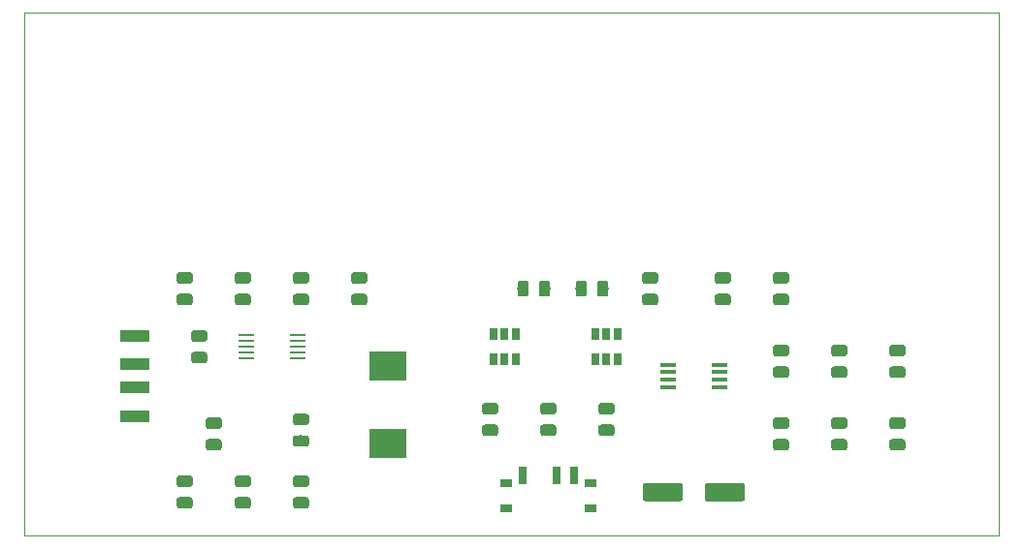
<source format=gbr>
%TF.GenerationSoftware,KiCad,Pcbnew,(5.1.2-1)-1*%
%TF.CreationDate,2020-04-26T16:50:05-07:00*%
%TF.ProjectId,Power Project,506f7765-7220-4507-926f-6a6563742e6b,rev?*%
%TF.SameCoordinates,Original*%
%TF.FileFunction,Paste,Top*%
%TF.FilePolarity,Positive*%
%FSLAX46Y46*%
G04 Gerber Fmt 4.6, Leading zero omitted, Abs format (unit mm)*
G04 Created by KiCad (PCBNEW (5.1.2-1)-1) date 2020-04-26 16:50:05*
%MOMM*%
%LPD*%
G04 APERTURE LIST*
%ADD10C,0.050000*%
%ADD11R,0.650000X1.060000*%
%ADD12C,0.150000*%
%ADD13C,0.975000*%
%ADD14R,1.333500X0.431800*%
%ADD15R,1.333500X0.228600*%
%ADD16R,1.000000X0.800000*%
%ADD17R,0.700000X1.500000*%
%ADD18R,2.500000X1.100000*%
%ADD19R,3.300000X2.500000*%
%ADD20C,1.600000*%
G04 APERTURE END LIST*
D10*
X86360000Y-100330000D02*
X86360000Y-101600000D01*
X171450000Y-100330000D02*
X86360000Y-100330000D01*
X171450000Y-146050000D02*
X171450000Y-100330000D01*
X86360000Y-146050000D02*
X171450000Y-146050000D01*
X86360000Y-144780000D02*
X86360000Y-146050000D01*
X86360000Y-143510000D02*
X86360000Y-144780000D01*
X86360000Y-101600000D02*
X86360000Y-143510000D01*
D11*
X137160000Y-128440000D03*
X136210000Y-128440000D03*
X138110000Y-128440000D03*
X138110000Y-130640000D03*
X137160000Y-130640000D03*
X136210000Y-130640000D03*
D12*
G36*
X130140142Y-123761174D02*
G01*
X130163803Y-123764684D01*
X130187007Y-123770496D01*
X130209529Y-123778554D01*
X130231153Y-123788782D01*
X130251670Y-123801079D01*
X130270883Y-123815329D01*
X130288607Y-123831393D01*
X130304671Y-123849117D01*
X130318921Y-123868330D01*
X130331218Y-123888847D01*
X130341446Y-123910471D01*
X130349504Y-123932993D01*
X130355316Y-123956197D01*
X130358826Y-123979858D01*
X130360000Y-124003750D01*
X130360000Y-124916250D01*
X130358826Y-124940142D01*
X130355316Y-124963803D01*
X130349504Y-124987007D01*
X130341446Y-125009529D01*
X130331218Y-125031153D01*
X130318921Y-125051670D01*
X130304671Y-125070883D01*
X130288607Y-125088607D01*
X130270883Y-125104671D01*
X130251670Y-125118921D01*
X130231153Y-125131218D01*
X130209529Y-125141446D01*
X130187007Y-125149504D01*
X130163803Y-125155316D01*
X130140142Y-125158826D01*
X130116250Y-125160000D01*
X129628750Y-125160000D01*
X129604858Y-125158826D01*
X129581197Y-125155316D01*
X129557993Y-125149504D01*
X129535471Y-125141446D01*
X129513847Y-125131218D01*
X129493330Y-125118921D01*
X129474117Y-125104671D01*
X129456393Y-125088607D01*
X129440329Y-125070883D01*
X129426079Y-125051670D01*
X129413782Y-125031153D01*
X129403554Y-125009529D01*
X129395496Y-124987007D01*
X129389684Y-124963803D01*
X129386174Y-124940142D01*
X129385000Y-124916250D01*
X129385000Y-124003750D01*
X129386174Y-123979858D01*
X129389684Y-123956197D01*
X129395496Y-123932993D01*
X129403554Y-123910471D01*
X129413782Y-123888847D01*
X129426079Y-123868330D01*
X129440329Y-123849117D01*
X129456393Y-123831393D01*
X129474117Y-123815329D01*
X129493330Y-123801079D01*
X129513847Y-123788782D01*
X129535471Y-123778554D01*
X129557993Y-123770496D01*
X129581197Y-123764684D01*
X129604858Y-123761174D01*
X129628750Y-123760000D01*
X130116250Y-123760000D01*
X130140142Y-123761174D01*
X130140142Y-123761174D01*
G37*
D13*
X129872500Y-124460000D03*
D12*
G36*
X132015142Y-123761174D02*
G01*
X132038803Y-123764684D01*
X132062007Y-123770496D01*
X132084529Y-123778554D01*
X132106153Y-123788782D01*
X132126670Y-123801079D01*
X132145883Y-123815329D01*
X132163607Y-123831393D01*
X132179671Y-123849117D01*
X132193921Y-123868330D01*
X132206218Y-123888847D01*
X132216446Y-123910471D01*
X132224504Y-123932993D01*
X132230316Y-123956197D01*
X132233826Y-123979858D01*
X132235000Y-124003750D01*
X132235000Y-124916250D01*
X132233826Y-124940142D01*
X132230316Y-124963803D01*
X132224504Y-124987007D01*
X132216446Y-125009529D01*
X132206218Y-125031153D01*
X132193921Y-125051670D01*
X132179671Y-125070883D01*
X132163607Y-125088607D01*
X132145883Y-125104671D01*
X132126670Y-125118921D01*
X132106153Y-125131218D01*
X132084529Y-125141446D01*
X132062007Y-125149504D01*
X132038803Y-125155316D01*
X132015142Y-125158826D01*
X131991250Y-125160000D01*
X131503750Y-125160000D01*
X131479858Y-125158826D01*
X131456197Y-125155316D01*
X131432993Y-125149504D01*
X131410471Y-125141446D01*
X131388847Y-125131218D01*
X131368330Y-125118921D01*
X131349117Y-125104671D01*
X131331393Y-125088607D01*
X131315329Y-125070883D01*
X131301079Y-125051670D01*
X131288782Y-125031153D01*
X131278554Y-125009529D01*
X131270496Y-124987007D01*
X131264684Y-124963803D01*
X131261174Y-124940142D01*
X131260000Y-124916250D01*
X131260000Y-124003750D01*
X131261174Y-123979858D01*
X131264684Y-123956197D01*
X131270496Y-123932993D01*
X131278554Y-123910471D01*
X131288782Y-123888847D01*
X131301079Y-123868330D01*
X131315329Y-123849117D01*
X131331393Y-123831393D01*
X131349117Y-123815329D01*
X131368330Y-123801079D01*
X131388847Y-123788782D01*
X131410471Y-123778554D01*
X131432993Y-123770496D01*
X131456197Y-123764684D01*
X131479858Y-123761174D01*
X131503750Y-123760000D01*
X131991250Y-123760000D01*
X132015142Y-123761174D01*
X132015142Y-123761174D01*
G37*
D13*
X131747500Y-124460000D03*
D14*
X142563850Y-131104640D03*
X142563850Y-131754880D03*
X142563850Y-132405120D03*
X142563850Y-133055360D03*
X146996150Y-133055360D03*
X146996150Y-132405120D03*
X146996150Y-131754880D03*
X146996150Y-131104640D03*
D11*
X128270000Y-130640000D03*
X129220000Y-130640000D03*
X127320000Y-130640000D03*
X127320000Y-128440000D03*
X128270000Y-128440000D03*
X129220000Y-128440000D03*
D15*
X110166150Y-128539240D03*
X110166150Y-129039620D03*
X110166150Y-129540000D03*
X110166150Y-130040380D03*
X110166150Y-130540760D03*
X105733850Y-130540760D03*
X105733850Y-130040380D03*
X105733850Y-129540000D03*
X105733850Y-129039620D03*
X105733850Y-128539240D03*
D16*
X128430000Y-141460000D03*
X135730000Y-141460000D03*
X135730000Y-143670000D03*
X128430000Y-143670000D03*
D17*
X134330000Y-140810000D03*
X132830000Y-140810000D03*
X129830000Y-140810000D03*
D12*
G36*
X137095142Y-123761174D02*
G01*
X137118803Y-123764684D01*
X137142007Y-123770496D01*
X137164529Y-123778554D01*
X137186153Y-123788782D01*
X137206670Y-123801079D01*
X137225883Y-123815329D01*
X137243607Y-123831393D01*
X137259671Y-123849117D01*
X137273921Y-123868330D01*
X137286218Y-123888847D01*
X137296446Y-123910471D01*
X137304504Y-123932993D01*
X137310316Y-123956197D01*
X137313826Y-123979858D01*
X137315000Y-124003750D01*
X137315000Y-124916250D01*
X137313826Y-124940142D01*
X137310316Y-124963803D01*
X137304504Y-124987007D01*
X137296446Y-125009529D01*
X137286218Y-125031153D01*
X137273921Y-125051670D01*
X137259671Y-125070883D01*
X137243607Y-125088607D01*
X137225883Y-125104671D01*
X137206670Y-125118921D01*
X137186153Y-125131218D01*
X137164529Y-125141446D01*
X137142007Y-125149504D01*
X137118803Y-125155316D01*
X137095142Y-125158826D01*
X137071250Y-125160000D01*
X136583750Y-125160000D01*
X136559858Y-125158826D01*
X136536197Y-125155316D01*
X136512993Y-125149504D01*
X136490471Y-125141446D01*
X136468847Y-125131218D01*
X136448330Y-125118921D01*
X136429117Y-125104671D01*
X136411393Y-125088607D01*
X136395329Y-125070883D01*
X136381079Y-125051670D01*
X136368782Y-125031153D01*
X136358554Y-125009529D01*
X136350496Y-124987007D01*
X136344684Y-124963803D01*
X136341174Y-124940142D01*
X136340000Y-124916250D01*
X136340000Y-124003750D01*
X136341174Y-123979858D01*
X136344684Y-123956197D01*
X136350496Y-123932993D01*
X136358554Y-123910471D01*
X136368782Y-123888847D01*
X136381079Y-123868330D01*
X136395329Y-123849117D01*
X136411393Y-123831393D01*
X136429117Y-123815329D01*
X136448330Y-123801079D01*
X136468847Y-123788782D01*
X136490471Y-123778554D01*
X136512993Y-123770496D01*
X136536197Y-123764684D01*
X136559858Y-123761174D01*
X136583750Y-123760000D01*
X137071250Y-123760000D01*
X137095142Y-123761174D01*
X137095142Y-123761174D01*
G37*
D13*
X136827500Y-124460000D03*
D12*
G36*
X135220142Y-123761174D02*
G01*
X135243803Y-123764684D01*
X135267007Y-123770496D01*
X135289529Y-123778554D01*
X135311153Y-123788782D01*
X135331670Y-123801079D01*
X135350883Y-123815329D01*
X135368607Y-123831393D01*
X135384671Y-123849117D01*
X135398921Y-123868330D01*
X135411218Y-123888847D01*
X135421446Y-123910471D01*
X135429504Y-123932993D01*
X135435316Y-123956197D01*
X135438826Y-123979858D01*
X135440000Y-124003750D01*
X135440000Y-124916250D01*
X135438826Y-124940142D01*
X135435316Y-124963803D01*
X135429504Y-124987007D01*
X135421446Y-125009529D01*
X135411218Y-125031153D01*
X135398921Y-125051670D01*
X135384671Y-125070883D01*
X135368607Y-125088607D01*
X135350883Y-125104671D01*
X135331670Y-125118921D01*
X135311153Y-125131218D01*
X135289529Y-125141446D01*
X135267007Y-125149504D01*
X135243803Y-125155316D01*
X135220142Y-125158826D01*
X135196250Y-125160000D01*
X134708750Y-125160000D01*
X134684858Y-125158826D01*
X134661197Y-125155316D01*
X134637993Y-125149504D01*
X134615471Y-125141446D01*
X134593847Y-125131218D01*
X134573330Y-125118921D01*
X134554117Y-125104671D01*
X134536393Y-125088607D01*
X134520329Y-125070883D01*
X134506079Y-125051670D01*
X134493782Y-125031153D01*
X134483554Y-125009529D01*
X134475496Y-124987007D01*
X134469684Y-124963803D01*
X134466174Y-124940142D01*
X134465000Y-124916250D01*
X134465000Y-124003750D01*
X134466174Y-123979858D01*
X134469684Y-123956197D01*
X134475496Y-123932993D01*
X134483554Y-123910471D01*
X134493782Y-123888847D01*
X134506079Y-123868330D01*
X134520329Y-123849117D01*
X134536393Y-123831393D01*
X134554117Y-123815329D01*
X134573330Y-123801079D01*
X134593847Y-123788782D01*
X134615471Y-123778554D01*
X134637993Y-123770496D01*
X134661197Y-123764684D01*
X134684858Y-123761174D01*
X134708750Y-123760000D01*
X135196250Y-123760000D01*
X135220142Y-123761174D01*
X135220142Y-123761174D01*
G37*
D13*
X134952500Y-124460000D03*
D12*
G36*
X141450142Y-124911174D02*
G01*
X141473803Y-124914684D01*
X141497007Y-124920496D01*
X141519529Y-124928554D01*
X141541153Y-124938782D01*
X141561670Y-124951079D01*
X141580883Y-124965329D01*
X141598607Y-124981393D01*
X141614671Y-124999117D01*
X141628921Y-125018330D01*
X141641218Y-125038847D01*
X141651446Y-125060471D01*
X141659504Y-125082993D01*
X141665316Y-125106197D01*
X141668826Y-125129858D01*
X141670000Y-125153750D01*
X141670000Y-125641250D01*
X141668826Y-125665142D01*
X141665316Y-125688803D01*
X141659504Y-125712007D01*
X141651446Y-125734529D01*
X141641218Y-125756153D01*
X141628921Y-125776670D01*
X141614671Y-125795883D01*
X141598607Y-125813607D01*
X141580883Y-125829671D01*
X141561670Y-125843921D01*
X141541153Y-125856218D01*
X141519529Y-125866446D01*
X141497007Y-125874504D01*
X141473803Y-125880316D01*
X141450142Y-125883826D01*
X141426250Y-125885000D01*
X140513750Y-125885000D01*
X140489858Y-125883826D01*
X140466197Y-125880316D01*
X140442993Y-125874504D01*
X140420471Y-125866446D01*
X140398847Y-125856218D01*
X140378330Y-125843921D01*
X140359117Y-125829671D01*
X140341393Y-125813607D01*
X140325329Y-125795883D01*
X140311079Y-125776670D01*
X140298782Y-125756153D01*
X140288554Y-125734529D01*
X140280496Y-125712007D01*
X140274684Y-125688803D01*
X140271174Y-125665142D01*
X140270000Y-125641250D01*
X140270000Y-125153750D01*
X140271174Y-125129858D01*
X140274684Y-125106197D01*
X140280496Y-125082993D01*
X140288554Y-125060471D01*
X140298782Y-125038847D01*
X140311079Y-125018330D01*
X140325329Y-124999117D01*
X140341393Y-124981393D01*
X140359117Y-124965329D01*
X140378330Y-124951079D01*
X140398847Y-124938782D01*
X140420471Y-124928554D01*
X140442993Y-124920496D01*
X140466197Y-124914684D01*
X140489858Y-124911174D01*
X140513750Y-124910000D01*
X141426250Y-124910000D01*
X141450142Y-124911174D01*
X141450142Y-124911174D01*
G37*
D13*
X140970000Y-125397500D03*
D12*
G36*
X141450142Y-123036174D02*
G01*
X141473803Y-123039684D01*
X141497007Y-123045496D01*
X141519529Y-123053554D01*
X141541153Y-123063782D01*
X141561670Y-123076079D01*
X141580883Y-123090329D01*
X141598607Y-123106393D01*
X141614671Y-123124117D01*
X141628921Y-123143330D01*
X141641218Y-123163847D01*
X141651446Y-123185471D01*
X141659504Y-123207993D01*
X141665316Y-123231197D01*
X141668826Y-123254858D01*
X141670000Y-123278750D01*
X141670000Y-123766250D01*
X141668826Y-123790142D01*
X141665316Y-123813803D01*
X141659504Y-123837007D01*
X141651446Y-123859529D01*
X141641218Y-123881153D01*
X141628921Y-123901670D01*
X141614671Y-123920883D01*
X141598607Y-123938607D01*
X141580883Y-123954671D01*
X141561670Y-123968921D01*
X141541153Y-123981218D01*
X141519529Y-123991446D01*
X141497007Y-123999504D01*
X141473803Y-124005316D01*
X141450142Y-124008826D01*
X141426250Y-124010000D01*
X140513750Y-124010000D01*
X140489858Y-124008826D01*
X140466197Y-124005316D01*
X140442993Y-123999504D01*
X140420471Y-123991446D01*
X140398847Y-123981218D01*
X140378330Y-123968921D01*
X140359117Y-123954671D01*
X140341393Y-123938607D01*
X140325329Y-123920883D01*
X140311079Y-123901670D01*
X140298782Y-123881153D01*
X140288554Y-123859529D01*
X140280496Y-123837007D01*
X140274684Y-123813803D01*
X140271174Y-123790142D01*
X140270000Y-123766250D01*
X140270000Y-123278750D01*
X140271174Y-123254858D01*
X140274684Y-123231197D01*
X140280496Y-123207993D01*
X140288554Y-123185471D01*
X140298782Y-123163847D01*
X140311079Y-123143330D01*
X140325329Y-123124117D01*
X140341393Y-123106393D01*
X140359117Y-123090329D01*
X140378330Y-123076079D01*
X140398847Y-123063782D01*
X140420471Y-123053554D01*
X140442993Y-123045496D01*
X140466197Y-123039684D01*
X140489858Y-123036174D01*
X140513750Y-123035000D01*
X141426250Y-123035000D01*
X141450142Y-123036174D01*
X141450142Y-123036174D01*
G37*
D13*
X140970000Y-123522500D03*
D12*
G36*
X110970142Y-140816174D02*
G01*
X110993803Y-140819684D01*
X111017007Y-140825496D01*
X111039529Y-140833554D01*
X111061153Y-140843782D01*
X111081670Y-140856079D01*
X111100883Y-140870329D01*
X111118607Y-140886393D01*
X111134671Y-140904117D01*
X111148921Y-140923330D01*
X111161218Y-140943847D01*
X111171446Y-140965471D01*
X111179504Y-140987993D01*
X111185316Y-141011197D01*
X111188826Y-141034858D01*
X111190000Y-141058750D01*
X111190000Y-141546250D01*
X111188826Y-141570142D01*
X111185316Y-141593803D01*
X111179504Y-141617007D01*
X111171446Y-141639529D01*
X111161218Y-141661153D01*
X111148921Y-141681670D01*
X111134671Y-141700883D01*
X111118607Y-141718607D01*
X111100883Y-141734671D01*
X111081670Y-141748921D01*
X111061153Y-141761218D01*
X111039529Y-141771446D01*
X111017007Y-141779504D01*
X110993803Y-141785316D01*
X110970142Y-141788826D01*
X110946250Y-141790000D01*
X110033750Y-141790000D01*
X110009858Y-141788826D01*
X109986197Y-141785316D01*
X109962993Y-141779504D01*
X109940471Y-141771446D01*
X109918847Y-141761218D01*
X109898330Y-141748921D01*
X109879117Y-141734671D01*
X109861393Y-141718607D01*
X109845329Y-141700883D01*
X109831079Y-141681670D01*
X109818782Y-141661153D01*
X109808554Y-141639529D01*
X109800496Y-141617007D01*
X109794684Y-141593803D01*
X109791174Y-141570142D01*
X109790000Y-141546250D01*
X109790000Y-141058750D01*
X109791174Y-141034858D01*
X109794684Y-141011197D01*
X109800496Y-140987993D01*
X109808554Y-140965471D01*
X109818782Y-140943847D01*
X109831079Y-140923330D01*
X109845329Y-140904117D01*
X109861393Y-140886393D01*
X109879117Y-140870329D01*
X109898330Y-140856079D01*
X109918847Y-140843782D01*
X109940471Y-140833554D01*
X109962993Y-140825496D01*
X109986197Y-140819684D01*
X110009858Y-140816174D01*
X110033750Y-140815000D01*
X110946250Y-140815000D01*
X110970142Y-140816174D01*
X110970142Y-140816174D01*
G37*
D13*
X110490000Y-141302500D03*
D12*
G36*
X110970142Y-142691174D02*
G01*
X110993803Y-142694684D01*
X111017007Y-142700496D01*
X111039529Y-142708554D01*
X111061153Y-142718782D01*
X111081670Y-142731079D01*
X111100883Y-142745329D01*
X111118607Y-142761393D01*
X111134671Y-142779117D01*
X111148921Y-142798330D01*
X111161218Y-142818847D01*
X111171446Y-142840471D01*
X111179504Y-142862993D01*
X111185316Y-142886197D01*
X111188826Y-142909858D01*
X111190000Y-142933750D01*
X111190000Y-143421250D01*
X111188826Y-143445142D01*
X111185316Y-143468803D01*
X111179504Y-143492007D01*
X111171446Y-143514529D01*
X111161218Y-143536153D01*
X111148921Y-143556670D01*
X111134671Y-143575883D01*
X111118607Y-143593607D01*
X111100883Y-143609671D01*
X111081670Y-143623921D01*
X111061153Y-143636218D01*
X111039529Y-143646446D01*
X111017007Y-143654504D01*
X110993803Y-143660316D01*
X110970142Y-143663826D01*
X110946250Y-143665000D01*
X110033750Y-143665000D01*
X110009858Y-143663826D01*
X109986197Y-143660316D01*
X109962993Y-143654504D01*
X109940471Y-143646446D01*
X109918847Y-143636218D01*
X109898330Y-143623921D01*
X109879117Y-143609671D01*
X109861393Y-143593607D01*
X109845329Y-143575883D01*
X109831079Y-143556670D01*
X109818782Y-143536153D01*
X109808554Y-143514529D01*
X109800496Y-143492007D01*
X109794684Y-143468803D01*
X109791174Y-143445142D01*
X109790000Y-143421250D01*
X109790000Y-142933750D01*
X109791174Y-142909858D01*
X109794684Y-142886197D01*
X109800496Y-142862993D01*
X109808554Y-142840471D01*
X109818782Y-142818847D01*
X109831079Y-142798330D01*
X109845329Y-142779117D01*
X109861393Y-142761393D01*
X109879117Y-142745329D01*
X109898330Y-142731079D01*
X109918847Y-142718782D01*
X109940471Y-142708554D01*
X109962993Y-142700496D01*
X109986197Y-142694684D01*
X110009858Y-142691174D01*
X110033750Y-142690000D01*
X110946250Y-142690000D01*
X110970142Y-142691174D01*
X110970142Y-142691174D01*
G37*
D13*
X110490000Y-143177500D03*
D12*
G36*
X105890142Y-140816174D02*
G01*
X105913803Y-140819684D01*
X105937007Y-140825496D01*
X105959529Y-140833554D01*
X105981153Y-140843782D01*
X106001670Y-140856079D01*
X106020883Y-140870329D01*
X106038607Y-140886393D01*
X106054671Y-140904117D01*
X106068921Y-140923330D01*
X106081218Y-140943847D01*
X106091446Y-140965471D01*
X106099504Y-140987993D01*
X106105316Y-141011197D01*
X106108826Y-141034858D01*
X106110000Y-141058750D01*
X106110000Y-141546250D01*
X106108826Y-141570142D01*
X106105316Y-141593803D01*
X106099504Y-141617007D01*
X106091446Y-141639529D01*
X106081218Y-141661153D01*
X106068921Y-141681670D01*
X106054671Y-141700883D01*
X106038607Y-141718607D01*
X106020883Y-141734671D01*
X106001670Y-141748921D01*
X105981153Y-141761218D01*
X105959529Y-141771446D01*
X105937007Y-141779504D01*
X105913803Y-141785316D01*
X105890142Y-141788826D01*
X105866250Y-141790000D01*
X104953750Y-141790000D01*
X104929858Y-141788826D01*
X104906197Y-141785316D01*
X104882993Y-141779504D01*
X104860471Y-141771446D01*
X104838847Y-141761218D01*
X104818330Y-141748921D01*
X104799117Y-141734671D01*
X104781393Y-141718607D01*
X104765329Y-141700883D01*
X104751079Y-141681670D01*
X104738782Y-141661153D01*
X104728554Y-141639529D01*
X104720496Y-141617007D01*
X104714684Y-141593803D01*
X104711174Y-141570142D01*
X104710000Y-141546250D01*
X104710000Y-141058750D01*
X104711174Y-141034858D01*
X104714684Y-141011197D01*
X104720496Y-140987993D01*
X104728554Y-140965471D01*
X104738782Y-140943847D01*
X104751079Y-140923330D01*
X104765329Y-140904117D01*
X104781393Y-140886393D01*
X104799117Y-140870329D01*
X104818330Y-140856079D01*
X104838847Y-140843782D01*
X104860471Y-140833554D01*
X104882993Y-140825496D01*
X104906197Y-140819684D01*
X104929858Y-140816174D01*
X104953750Y-140815000D01*
X105866250Y-140815000D01*
X105890142Y-140816174D01*
X105890142Y-140816174D01*
G37*
D13*
X105410000Y-141302500D03*
D12*
G36*
X105890142Y-142691174D02*
G01*
X105913803Y-142694684D01*
X105937007Y-142700496D01*
X105959529Y-142708554D01*
X105981153Y-142718782D01*
X106001670Y-142731079D01*
X106020883Y-142745329D01*
X106038607Y-142761393D01*
X106054671Y-142779117D01*
X106068921Y-142798330D01*
X106081218Y-142818847D01*
X106091446Y-142840471D01*
X106099504Y-142862993D01*
X106105316Y-142886197D01*
X106108826Y-142909858D01*
X106110000Y-142933750D01*
X106110000Y-143421250D01*
X106108826Y-143445142D01*
X106105316Y-143468803D01*
X106099504Y-143492007D01*
X106091446Y-143514529D01*
X106081218Y-143536153D01*
X106068921Y-143556670D01*
X106054671Y-143575883D01*
X106038607Y-143593607D01*
X106020883Y-143609671D01*
X106001670Y-143623921D01*
X105981153Y-143636218D01*
X105959529Y-143646446D01*
X105937007Y-143654504D01*
X105913803Y-143660316D01*
X105890142Y-143663826D01*
X105866250Y-143665000D01*
X104953750Y-143665000D01*
X104929858Y-143663826D01*
X104906197Y-143660316D01*
X104882993Y-143654504D01*
X104860471Y-143646446D01*
X104838847Y-143636218D01*
X104818330Y-143623921D01*
X104799117Y-143609671D01*
X104781393Y-143593607D01*
X104765329Y-143575883D01*
X104751079Y-143556670D01*
X104738782Y-143536153D01*
X104728554Y-143514529D01*
X104720496Y-143492007D01*
X104714684Y-143468803D01*
X104711174Y-143445142D01*
X104710000Y-143421250D01*
X104710000Y-142933750D01*
X104711174Y-142909858D01*
X104714684Y-142886197D01*
X104720496Y-142862993D01*
X104728554Y-142840471D01*
X104738782Y-142818847D01*
X104751079Y-142798330D01*
X104765329Y-142779117D01*
X104781393Y-142761393D01*
X104799117Y-142745329D01*
X104818330Y-142731079D01*
X104838847Y-142718782D01*
X104860471Y-142708554D01*
X104882993Y-142700496D01*
X104906197Y-142694684D01*
X104929858Y-142691174D01*
X104953750Y-142690000D01*
X105866250Y-142690000D01*
X105890142Y-142691174D01*
X105890142Y-142691174D01*
G37*
D13*
X105410000Y-143177500D03*
D12*
G36*
X100810142Y-140816174D02*
G01*
X100833803Y-140819684D01*
X100857007Y-140825496D01*
X100879529Y-140833554D01*
X100901153Y-140843782D01*
X100921670Y-140856079D01*
X100940883Y-140870329D01*
X100958607Y-140886393D01*
X100974671Y-140904117D01*
X100988921Y-140923330D01*
X101001218Y-140943847D01*
X101011446Y-140965471D01*
X101019504Y-140987993D01*
X101025316Y-141011197D01*
X101028826Y-141034858D01*
X101030000Y-141058750D01*
X101030000Y-141546250D01*
X101028826Y-141570142D01*
X101025316Y-141593803D01*
X101019504Y-141617007D01*
X101011446Y-141639529D01*
X101001218Y-141661153D01*
X100988921Y-141681670D01*
X100974671Y-141700883D01*
X100958607Y-141718607D01*
X100940883Y-141734671D01*
X100921670Y-141748921D01*
X100901153Y-141761218D01*
X100879529Y-141771446D01*
X100857007Y-141779504D01*
X100833803Y-141785316D01*
X100810142Y-141788826D01*
X100786250Y-141790000D01*
X99873750Y-141790000D01*
X99849858Y-141788826D01*
X99826197Y-141785316D01*
X99802993Y-141779504D01*
X99780471Y-141771446D01*
X99758847Y-141761218D01*
X99738330Y-141748921D01*
X99719117Y-141734671D01*
X99701393Y-141718607D01*
X99685329Y-141700883D01*
X99671079Y-141681670D01*
X99658782Y-141661153D01*
X99648554Y-141639529D01*
X99640496Y-141617007D01*
X99634684Y-141593803D01*
X99631174Y-141570142D01*
X99630000Y-141546250D01*
X99630000Y-141058750D01*
X99631174Y-141034858D01*
X99634684Y-141011197D01*
X99640496Y-140987993D01*
X99648554Y-140965471D01*
X99658782Y-140943847D01*
X99671079Y-140923330D01*
X99685329Y-140904117D01*
X99701393Y-140886393D01*
X99719117Y-140870329D01*
X99738330Y-140856079D01*
X99758847Y-140843782D01*
X99780471Y-140833554D01*
X99802993Y-140825496D01*
X99826197Y-140819684D01*
X99849858Y-140816174D01*
X99873750Y-140815000D01*
X100786250Y-140815000D01*
X100810142Y-140816174D01*
X100810142Y-140816174D01*
G37*
D13*
X100330000Y-141302500D03*
D12*
G36*
X100810142Y-142691174D02*
G01*
X100833803Y-142694684D01*
X100857007Y-142700496D01*
X100879529Y-142708554D01*
X100901153Y-142718782D01*
X100921670Y-142731079D01*
X100940883Y-142745329D01*
X100958607Y-142761393D01*
X100974671Y-142779117D01*
X100988921Y-142798330D01*
X101001218Y-142818847D01*
X101011446Y-142840471D01*
X101019504Y-142862993D01*
X101025316Y-142886197D01*
X101028826Y-142909858D01*
X101030000Y-142933750D01*
X101030000Y-143421250D01*
X101028826Y-143445142D01*
X101025316Y-143468803D01*
X101019504Y-143492007D01*
X101011446Y-143514529D01*
X101001218Y-143536153D01*
X100988921Y-143556670D01*
X100974671Y-143575883D01*
X100958607Y-143593607D01*
X100940883Y-143609671D01*
X100921670Y-143623921D01*
X100901153Y-143636218D01*
X100879529Y-143646446D01*
X100857007Y-143654504D01*
X100833803Y-143660316D01*
X100810142Y-143663826D01*
X100786250Y-143665000D01*
X99873750Y-143665000D01*
X99849858Y-143663826D01*
X99826197Y-143660316D01*
X99802993Y-143654504D01*
X99780471Y-143646446D01*
X99758847Y-143636218D01*
X99738330Y-143623921D01*
X99719117Y-143609671D01*
X99701393Y-143593607D01*
X99685329Y-143575883D01*
X99671079Y-143556670D01*
X99658782Y-143536153D01*
X99648554Y-143514529D01*
X99640496Y-143492007D01*
X99634684Y-143468803D01*
X99631174Y-143445142D01*
X99630000Y-143421250D01*
X99630000Y-142933750D01*
X99631174Y-142909858D01*
X99634684Y-142886197D01*
X99640496Y-142862993D01*
X99648554Y-142840471D01*
X99658782Y-142818847D01*
X99671079Y-142798330D01*
X99685329Y-142779117D01*
X99701393Y-142761393D01*
X99719117Y-142745329D01*
X99738330Y-142731079D01*
X99758847Y-142718782D01*
X99780471Y-142708554D01*
X99802993Y-142700496D01*
X99826197Y-142694684D01*
X99849858Y-142691174D01*
X99873750Y-142690000D01*
X100786250Y-142690000D01*
X100810142Y-142691174D01*
X100810142Y-142691174D01*
G37*
D13*
X100330000Y-143177500D03*
D12*
G36*
X116050142Y-123036174D02*
G01*
X116073803Y-123039684D01*
X116097007Y-123045496D01*
X116119529Y-123053554D01*
X116141153Y-123063782D01*
X116161670Y-123076079D01*
X116180883Y-123090329D01*
X116198607Y-123106393D01*
X116214671Y-123124117D01*
X116228921Y-123143330D01*
X116241218Y-123163847D01*
X116251446Y-123185471D01*
X116259504Y-123207993D01*
X116265316Y-123231197D01*
X116268826Y-123254858D01*
X116270000Y-123278750D01*
X116270000Y-123766250D01*
X116268826Y-123790142D01*
X116265316Y-123813803D01*
X116259504Y-123837007D01*
X116251446Y-123859529D01*
X116241218Y-123881153D01*
X116228921Y-123901670D01*
X116214671Y-123920883D01*
X116198607Y-123938607D01*
X116180883Y-123954671D01*
X116161670Y-123968921D01*
X116141153Y-123981218D01*
X116119529Y-123991446D01*
X116097007Y-123999504D01*
X116073803Y-124005316D01*
X116050142Y-124008826D01*
X116026250Y-124010000D01*
X115113750Y-124010000D01*
X115089858Y-124008826D01*
X115066197Y-124005316D01*
X115042993Y-123999504D01*
X115020471Y-123991446D01*
X114998847Y-123981218D01*
X114978330Y-123968921D01*
X114959117Y-123954671D01*
X114941393Y-123938607D01*
X114925329Y-123920883D01*
X114911079Y-123901670D01*
X114898782Y-123881153D01*
X114888554Y-123859529D01*
X114880496Y-123837007D01*
X114874684Y-123813803D01*
X114871174Y-123790142D01*
X114870000Y-123766250D01*
X114870000Y-123278750D01*
X114871174Y-123254858D01*
X114874684Y-123231197D01*
X114880496Y-123207993D01*
X114888554Y-123185471D01*
X114898782Y-123163847D01*
X114911079Y-123143330D01*
X114925329Y-123124117D01*
X114941393Y-123106393D01*
X114959117Y-123090329D01*
X114978330Y-123076079D01*
X114998847Y-123063782D01*
X115020471Y-123053554D01*
X115042993Y-123045496D01*
X115066197Y-123039684D01*
X115089858Y-123036174D01*
X115113750Y-123035000D01*
X116026250Y-123035000D01*
X116050142Y-123036174D01*
X116050142Y-123036174D01*
G37*
D13*
X115570000Y-123522500D03*
D12*
G36*
X116050142Y-124911174D02*
G01*
X116073803Y-124914684D01*
X116097007Y-124920496D01*
X116119529Y-124928554D01*
X116141153Y-124938782D01*
X116161670Y-124951079D01*
X116180883Y-124965329D01*
X116198607Y-124981393D01*
X116214671Y-124999117D01*
X116228921Y-125018330D01*
X116241218Y-125038847D01*
X116251446Y-125060471D01*
X116259504Y-125082993D01*
X116265316Y-125106197D01*
X116268826Y-125129858D01*
X116270000Y-125153750D01*
X116270000Y-125641250D01*
X116268826Y-125665142D01*
X116265316Y-125688803D01*
X116259504Y-125712007D01*
X116251446Y-125734529D01*
X116241218Y-125756153D01*
X116228921Y-125776670D01*
X116214671Y-125795883D01*
X116198607Y-125813607D01*
X116180883Y-125829671D01*
X116161670Y-125843921D01*
X116141153Y-125856218D01*
X116119529Y-125866446D01*
X116097007Y-125874504D01*
X116073803Y-125880316D01*
X116050142Y-125883826D01*
X116026250Y-125885000D01*
X115113750Y-125885000D01*
X115089858Y-125883826D01*
X115066197Y-125880316D01*
X115042993Y-125874504D01*
X115020471Y-125866446D01*
X114998847Y-125856218D01*
X114978330Y-125843921D01*
X114959117Y-125829671D01*
X114941393Y-125813607D01*
X114925329Y-125795883D01*
X114911079Y-125776670D01*
X114898782Y-125756153D01*
X114888554Y-125734529D01*
X114880496Y-125712007D01*
X114874684Y-125688803D01*
X114871174Y-125665142D01*
X114870000Y-125641250D01*
X114870000Y-125153750D01*
X114871174Y-125129858D01*
X114874684Y-125106197D01*
X114880496Y-125082993D01*
X114888554Y-125060471D01*
X114898782Y-125038847D01*
X114911079Y-125018330D01*
X114925329Y-124999117D01*
X114941393Y-124981393D01*
X114959117Y-124965329D01*
X114978330Y-124951079D01*
X114998847Y-124938782D01*
X115020471Y-124928554D01*
X115042993Y-124920496D01*
X115066197Y-124914684D01*
X115089858Y-124911174D01*
X115113750Y-124910000D01*
X116026250Y-124910000D01*
X116050142Y-124911174D01*
X116050142Y-124911174D01*
G37*
D13*
X115570000Y-125397500D03*
D12*
G36*
X105890142Y-123036174D02*
G01*
X105913803Y-123039684D01*
X105937007Y-123045496D01*
X105959529Y-123053554D01*
X105981153Y-123063782D01*
X106001670Y-123076079D01*
X106020883Y-123090329D01*
X106038607Y-123106393D01*
X106054671Y-123124117D01*
X106068921Y-123143330D01*
X106081218Y-123163847D01*
X106091446Y-123185471D01*
X106099504Y-123207993D01*
X106105316Y-123231197D01*
X106108826Y-123254858D01*
X106110000Y-123278750D01*
X106110000Y-123766250D01*
X106108826Y-123790142D01*
X106105316Y-123813803D01*
X106099504Y-123837007D01*
X106091446Y-123859529D01*
X106081218Y-123881153D01*
X106068921Y-123901670D01*
X106054671Y-123920883D01*
X106038607Y-123938607D01*
X106020883Y-123954671D01*
X106001670Y-123968921D01*
X105981153Y-123981218D01*
X105959529Y-123991446D01*
X105937007Y-123999504D01*
X105913803Y-124005316D01*
X105890142Y-124008826D01*
X105866250Y-124010000D01*
X104953750Y-124010000D01*
X104929858Y-124008826D01*
X104906197Y-124005316D01*
X104882993Y-123999504D01*
X104860471Y-123991446D01*
X104838847Y-123981218D01*
X104818330Y-123968921D01*
X104799117Y-123954671D01*
X104781393Y-123938607D01*
X104765329Y-123920883D01*
X104751079Y-123901670D01*
X104738782Y-123881153D01*
X104728554Y-123859529D01*
X104720496Y-123837007D01*
X104714684Y-123813803D01*
X104711174Y-123790142D01*
X104710000Y-123766250D01*
X104710000Y-123278750D01*
X104711174Y-123254858D01*
X104714684Y-123231197D01*
X104720496Y-123207993D01*
X104728554Y-123185471D01*
X104738782Y-123163847D01*
X104751079Y-123143330D01*
X104765329Y-123124117D01*
X104781393Y-123106393D01*
X104799117Y-123090329D01*
X104818330Y-123076079D01*
X104838847Y-123063782D01*
X104860471Y-123053554D01*
X104882993Y-123045496D01*
X104906197Y-123039684D01*
X104929858Y-123036174D01*
X104953750Y-123035000D01*
X105866250Y-123035000D01*
X105890142Y-123036174D01*
X105890142Y-123036174D01*
G37*
D13*
X105410000Y-123522500D03*
D12*
G36*
X105890142Y-124911174D02*
G01*
X105913803Y-124914684D01*
X105937007Y-124920496D01*
X105959529Y-124928554D01*
X105981153Y-124938782D01*
X106001670Y-124951079D01*
X106020883Y-124965329D01*
X106038607Y-124981393D01*
X106054671Y-124999117D01*
X106068921Y-125018330D01*
X106081218Y-125038847D01*
X106091446Y-125060471D01*
X106099504Y-125082993D01*
X106105316Y-125106197D01*
X106108826Y-125129858D01*
X106110000Y-125153750D01*
X106110000Y-125641250D01*
X106108826Y-125665142D01*
X106105316Y-125688803D01*
X106099504Y-125712007D01*
X106091446Y-125734529D01*
X106081218Y-125756153D01*
X106068921Y-125776670D01*
X106054671Y-125795883D01*
X106038607Y-125813607D01*
X106020883Y-125829671D01*
X106001670Y-125843921D01*
X105981153Y-125856218D01*
X105959529Y-125866446D01*
X105937007Y-125874504D01*
X105913803Y-125880316D01*
X105890142Y-125883826D01*
X105866250Y-125885000D01*
X104953750Y-125885000D01*
X104929858Y-125883826D01*
X104906197Y-125880316D01*
X104882993Y-125874504D01*
X104860471Y-125866446D01*
X104838847Y-125856218D01*
X104818330Y-125843921D01*
X104799117Y-125829671D01*
X104781393Y-125813607D01*
X104765329Y-125795883D01*
X104751079Y-125776670D01*
X104738782Y-125756153D01*
X104728554Y-125734529D01*
X104720496Y-125712007D01*
X104714684Y-125688803D01*
X104711174Y-125665142D01*
X104710000Y-125641250D01*
X104710000Y-125153750D01*
X104711174Y-125129858D01*
X104714684Y-125106197D01*
X104720496Y-125082993D01*
X104728554Y-125060471D01*
X104738782Y-125038847D01*
X104751079Y-125018330D01*
X104765329Y-124999117D01*
X104781393Y-124981393D01*
X104799117Y-124965329D01*
X104818330Y-124951079D01*
X104838847Y-124938782D01*
X104860471Y-124928554D01*
X104882993Y-124920496D01*
X104906197Y-124914684D01*
X104929858Y-124911174D01*
X104953750Y-124910000D01*
X105866250Y-124910000D01*
X105890142Y-124911174D01*
X105890142Y-124911174D01*
G37*
D13*
X105410000Y-125397500D03*
D12*
G36*
X152880142Y-135736174D02*
G01*
X152903803Y-135739684D01*
X152927007Y-135745496D01*
X152949529Y-135753554D01*
X152971153Y-135763782D01*
X152991670Y-135776079D01*
X153010883Y-135790329D01*
X153028607Y-135806393D01*
X153044671Y-135824117D01*
X153058921Y-135843330D01*
X153071218Y-135863847D01*
X153081446Y-135885471D01*
X153089504Y-135907993D01*
X153095316Y-135931197D01*
X153098826Y-135954858D01*
X153100000Y-135978750D01*
X153100000Y-136466250D01*
X153098826Y-136490142D01*
X153095316Y-136513803D01*
X153089504Y-136537007D01*
X153081446Y-136559529D01*
X153071218Y-136581153D01*
X153058921Y-136601670D01*
X153044671Y-136620883D01*
X153028607Y-136638607D01*
X153010883Y-136654671D01*
X152991670Y-136668921D01*
X152971153Y-136681218D01*
X152949529Y-136691446D01*
X152927007Y-136699504D01*
X152903803Y-136705316D01*
X152880142Y-136708826D01*
X152856250Y-136710000D01*
X151943750Y-136710000D01*
X151919858Y-136708826D01*
X151896197Y-136705316D01*
X151872993Y-136699504D01*
X151850471Y-136691446D01*
X151828847Y-136681218D01*
X151808330Y-136668921D01*
X151789117Y-136654671D01*
X151771393Y-136638607D01*
X151755329Y-136620883D01*
X151741079Y-136601670D01*
X151728782Y-136581153D01*
X151718554Y-136559529D01*
X151710496Y-136537007D01*
X151704684Y-136513803D01*
X151701174Y-136490142D01*
X151700000Y-136466250D01*
X151700000Y-135978750D01*
X151701174Y-135954858D01*
X151704684Y-135931197D01*
X151710496Y-135907993D01*
X151718554Y-135885471D01*
X151728782Y-135863847D01*
X151741079Y-135843330D01*
X151755329Y-135824117D01*
X151771393Y-135806393D01*
X151789117Y-135790329D01*
X151808330Y-135776079D01*
X151828847Y-135763782D01*
X151850471Y-135753554D01*
X151872993Y-135745496D01*
X151896197Y-135739684D01*
X151919858Y-135736174D01*
X151943750Y-135735000D01*
X152856250Y-135735000D01*
X152880142Y-135736174D01*
X152880142Y-135736174D01*
G37*
D13*
X152400000Y-136222500D03*
D12*
G36*
X152880142Y-137611174D02*
G01*
X152903803Y-137614684D01*
X152927007Y-137620496D01*
X152949529Y-137628554D01*
X152971153Y-137638782D01*
X152991670Y-137651079D01*
X153010883Y-137665329D01*
X153028607Y-137681393D01*
X153044671Y-137699117D01*
X153058921Y-137718330D01*
X153071218Y-137738847D01*
X153081446Y-137760471D01*
X153089504Y-137782993D01*
X153095316Y-137806197D01*
X153098826Y-137829858D01*
X153100000Y-137853750D01*
X153100000Y-138341250D01*
X153098826Y-138365142D01*
X153095316Y-138388803D01*
X153089504Y-138412007D01*
X153081446Y-138434529D01*
X153071218Y-138456153D01*
X153058921Y-138476670D01*
X153044671Y-138495883D01*
X153028607Y-138513607D01*
X153010883Y-138529671D01*
X152991670Y-138543921D01*
X152971153Y-138556218D01*
X152949529Y-138566446D01*
X152927007Y-138574504D01*
X152903803Y-138580316D01*
X152880142Y-138583826D01*
X152856250Y-138585000D01*
X151943750Y-138585000D01*
X151919858Y-138583826D01*
X151896197Y-138580316D01*
X151872993Y-138574504D01*
X151850471Y-138566446D01*
X151828847Y-138556218D01*
X151808330Y-138543921D01*
X151789117Y-138529671D01*
X151771393Y-138513607D01*
X151755329Y-138495883D01*
X151741079Y-138476670D01*
X151728782Y-138456153D01*
X151718554Y-138434529D01*
X151710496Y-138412007D01*
X151704684Y-138388803D01*
X151701174Y-138365142D01*
X151700000Y-138341250D01*
X151700000Y-137853750D01*
X151701174Y-137829858D01*
X151704684Y-137806197D01*
X151710496Y-137782993D01*
X151718554Y-137760471D01*
X151728782Y-137738847D01*
X151741079Y-137718330D01*
X151755329Y-137699117D01*
X151771393Y-137681393D01*
X151789117Y-137665329D01*
X151808330Y-137651079D01*
X151828847Y-137638782D01*
X151850471Y-137628554D01*
X151872993Y-137620496D01*
X151896197Y-137614684D01*
X151919858Y-137611174D01*
X151943750Y-137610000D01*
X152856250Y-137610000D01*
X152880142Y-137611174D01*
X152880142Y-137611174D01*
G37*
D13*
X152400000Y-138097500D03*
D12*
G36*
X163040142Y-135736174D02*
G01*
X163063803Y-135739684D01*
X163087007Y-135745496D01*
X163109529Y-135753554D01*
X163131153Y-135763782D01*
X163151670Y-135776079D01*
X163170883Y-135790329D01*
X163188607Y-135806393D01*
X163204671Y-135824117D01*
X163218921Y-135843330D01*
X163231218Y-135863847D01*
X163241446Y-135885471D01*
X163249504Y-135907993D01*
X163255316Y-135931197D01*
X163258826Y-135954858D01*
X163260000Y-135978750D01*
X163260000Y-136466250D01*
X163258826Y-136490142D01*
X163255316Y-136513803D01*
X163249504Y-136537007D01*
X163241446Y-136559529D01*
X163231218Y-136581153D01*
X163218921Y-136601670D01*
X163204671Y-136620883D01*
X163188607Y-136638607D01*
X163170883Y-136654671D01*
X163151670Y-136668921D01*
X163131153Y-136681218D01*
X163109529Y-136691446D01*
X163087007Y-136699504D01*
X163063803Y-136705316D01*
X163040142Y-136708826D01*
X163016250Y-136710000D01*
X162103750Y-136710000D01*
X162079858Y-136708826D01*
X162056197Y-136705316D01*
X162032993Y-136699504D01*
X162010471Y-136691446D01*
X161988847Y-136681218D01*
X161968330Y-136668921D01*
X161949117Y-136654671D01*
X161931393Y-136638607D01*
X161915329Y-136620883D01*
X161901079Y-136601670D01*
X161888782Y-136581153D01*
X161878554Y-136559529D01*
X161870496Y-136537007D01*
X161864684Y-136513803D01*
X161861174Y-136490142D01*
X161860000Y-136466250D01*
X161860000Y-135978750D01*
X161861174Y-135954858D01*
X161864684Y-135931197D01*
X161870496Y-135907993D01*
X161878554Y-135885471D01*
X161888782Y-135863847D01*
X161901079Y-135843330D01*
X161915329Y-135824117D01*
X161931393Y-135806393D01*
X161949117Y-135790329D01*
X161968330Y-135776079D01*
X161988847Y-135763782D01*
X162010471Y-135753554D01*
X162032993Y-135745496D01*
X162056197Y-135739684D01*
X162079858Y-135736174D01*
X162103750Y-135735000D01*
X163016250Y-135735000D01*
X163040142Y-135736174D01*
X163040142Y-135736174D01*
G37*
D13*
X162560000Y-136222500D03*
D12*
G36*
X163040142Y-137611174D02*
G01*
X163063803Y-137614684D01*
X163087007Y-137620496D01*
X163109529Y-137628554D01*
X163131153Y-137638782D01*
X163151670Y-137651079D01*
X163170883Y-137665329D01*
X163188607Y-137681393D01*
X163204671Y-137699117D01*
X163218921Y-137718330D01*
X163231218Y-137738847D01*
X163241446Y-137760471D01*
X163249504Y-137782993D01*
X163255316Y-137806197D01*
X163258826Y-137829858D01*
X163260000Y-137853750D01*
X163260000Y-138341250D01*
X163258826Y-138365142D01*
X163255316Y-138388803D01*
X163249504Y-138412007D01*
X163241446Y-138434529D01*
X163231218Y-138456153D01*
X163218921Y-138476670D01*
X163204671Y-138495883D01*
X163188607Y-138513607D01*
X163170883Y-138529671D01*
X163151670Y-138543921D01*
X163131153Y-138556218D01*
X163109529Y-138566446D01*
X163087007Y-138574504D01*
X163063803Y-138580316D01*
X163040142Y-138583826D01*
X163016250Y-138585000D01*
X162103750Y-138585000D01*
X162079858Y-138583826D01*
X162056197Y-138580316D01*
X162032993Y-138574504D01*
X162010471Y-138566446D01*
X161988847Y-138556218D01*
X161968330Y-138543921D01*
X161949117Y-138529671D01*
X161931393Y-138513607D01*
X161915329Y-138495883D01*
X161901079Y-138476670D01*
X161888782Y-138456153D01*
X161878554Y-138434529D01*
X161870496Y-138412007D01*
X161864684Y-138388803D01*
X161861174Y-138365142D01*
X161860000Y-138341250D01*
X161860000Y-137853750D01*
X161861174Y-137829858D01*
X161864684Y-137806197D01*
X161870496Y-137782993D01*
X161878554Y-137760471D01*
X161888782Y-137738847D01*
X161901079Y-137718330D01*
X161915329Y-137699117D01*
X161931393Y-137681393D01*
X161949117Y-137665329D01*
X161968330Y-137651079D01*
X161988847Y-137638782D01*
X162010471Y-137628554D01*
X162032993Y-137620496D01*
X162056197Y-137614684D01*
X162079858Y-137611174D01*
X162103750Y-137610000D01*
X163016250Y-137610000D01*
X163040142Y-137611174D01*
X163040142Y-137611174D01*
G37*
D13*
X162560000Y-138097500D03*
D12*
G36*
X137640142Y-134466174D02*
G01*
X137663803Y-134469684D01*
X137687007Y-134475496D01*
X137709529Y-134483554D01*
X137731153Y-134493782D01*
X137751670Y-134506079D01*
X137770883Y-134520329D01*
X137788607Y-134536393D01*
X137804671Y-134554117D01*
X137818921Y-134573330D01*
X137831218Y-134593847D01*
X137841446Y-134615471D01*
X137849504Y-134637993D01*
X137855316Y-134661197D01*
X137858826Y-134684858D01*
X137860000Y-134708750D01*
X137860000Y-135196250D01*
X137858826Y-135220142D01*
X137855316Y-135243803D01*
X137849504Y-135267007D01*
X137841446Y-135289529D01*
X137831218Y-135311153D01*
X137818921Y-135331670D01*
X137804671Y-135350883D01*
X137788607Y-135368607D01*
X137770883Y-135384671D01*
X137751670Y-135398921D01*
X137731153Y-135411218D01*
X137709529Y-135421446D01*
X137687007Y-135429504D01*
X137663803Y-135435316D01*
X137640142Y-135438826D01*
X137616250Y-135440000D01*
X136703750Y-135440000D01*
X136679858Y-135438826D01*
X136656197Y-135435316D01*
X136632993Y-135429504D01*
X136610471Y-135421446D01*
X136588847Y-135411218D01*
X136568330Y-135398921D01*
X136549117Y-135384671D01*
X136531393Y-135368607D01*
X136515329Y-135350883D01*
X136501079Y-135331670D01*
X136488782Y-135311153D01*
X136478554Y-135289529D01*
X136470496Y-135267007D01*
X136464684Y-135243803D01*
X136461174Y-135220142D01*
X136460000Y-135196250D01*
X136460000Y-134708750D01*
X136461174Y-134684858D01*
X136464684Y-134661197D01*
X136470496Y-134637993D01*
X136478554Y-134615471D01*
X136488782Y-134593847D01*
X136501079Y-134573330D01*
X136515329Y-134554117D01*
X136531393Y-134536393D01*
X136549117Y-134520329D01*
X136568330Y-134506079D01*
X136588847Y-134493782D01*
X136610471Y-134483554D01*
X136632993Y-134475496D01*
X136656197Y-134469684D01*
X136679858Y-134466174D01*
X136703750Y-134465000D01*
X137616250Y-134465000D01*
X137640142Y-134466174D01*
X137640142Y-134466174D01*
G37*
D13*
X137160000Y-134952500D03*
D12*
G36*
X137640142Y-136341174D02*
G01*
X137663803Y-136344684D01*
X137687007Y-136350496D01*
X137709529Y-136358554D01*
X137731153Y-136368782D01*
X137751670Y-136381079D01*
X137770883Y-136395329D01*
X137788607Y-136411393D01*
X137804671Y-136429117D01*
X137818921Y-136448330D01*
X137831218Y-136468847D01*
X137841446Y-136490471D01*
X137849504Y-136512993D01*
X137855316Y-136536197D01*
X137858826Y-136559858D01*
X137860000Y-136583750D01*
X137860000Y-137071250D01*
X137858826Y-137095142D01*
X137855316Y-137118803D01*
X137849504Y-137142007D01*
X137841446Y-137164529D01*
X137831218Y-137186153D01*
X137818921Y-137206670D01*
X137804671Y-137225883D01*
X137788607Y-137243607D01*
X137770883Y-137259671D01*
X137751670Y-137273921D01*
X137731153Y-137286218D01*
X137709529Y-137296446D01*
X137687007Y-137304504D01*
X137663803Y-137310316D01*
X137640142Y-137313826D01*
X137616250Y-137315000D01*
X136703750Y-137315000D01*
X136679858Y-137313826D01*
X136656197Y-137310316D01*
X136632993Y-137304504D01*
X136610471Y-137296446D01*
X136588847Y-137286218D01*
X136568330Y-137273921D01*
X136549117Y-137259671D01*
X136531393Y-137243607D01*
X136515329Y-137225883D01*
X136501079Y-137206670D01*
X136488782Y-137186153D01*
X136478554Y-137164529D01*
X136470496Y-137142007D01*
X136464684Y-137118803D01*
X136461174Y-137095142D01*
X136460000Y-137071250D01*
X136460000Y-136583750D01*
X136461174Y-136559858D01*
X136464684Y-136536197D01*
X136470496Y-136512993D01*
X136478554Y-136490471D01*
X136488782Y-136468847D01*
X136501079Y-136448330D01*
X136515329Y-136429117D01*
X136531393Y-136411393D01*
X136549117Y-136395329D01*
X136568330Y-136381079D01*
X136588847Y-136368782D01*
X136610471Y-136358554D01*
X136632993Y-136350496D01*
X136656197Y-136344684D01*
X136679858Y-136341174D01*
X136703750Y-136340000D01*
X137616250Y-136340000D01*
X137640142Y-136341174D01*
X137640142Y-136341174D01*
G37*
D13*
X137160000Y-136827500D03*
D12*
G36*
X132560142Y-134466174D02*
G01*
X132583803Y-134469684D01*
X132607007Y-134475496D01*
X132629529Y-134483554D01*
X132651153Y-134493782D01*
X132671670Y-134506079D01*
X132690883Y-134520329D01*
X132708607Y-134536393D01*
X132724671Y-134554117D01*
X132738921Y-134573330D01*
X132751218Y-134593847D01*
X132761446Y-134615471D01*
X132769504Y-134637993D01*
X132775316Y-134661197D01*
X132778826Y-134684858D01*
X132780000Y-134708750D01*
X132780000Y-135196250D01*
X132778826Y-135220142D01*
X132775316Y-135243803D01*
X132769504Y-135267007D01*
X132761446Y-135289529D01*
X132751218Y-135311153D01*
X132738921Y-135331670D01*
X132724671Y-135350883D01*
X132708607Y-135368607D01*
X132690883Y-135384671D01*
X132671670Y-135398921D01*
X132651153Y-135411218D01*
X132629529Y-135421446D01*
X132607007Y-135429504D01*
X132583803Y-135435316D01*
X132560142Y-135438826D01*
X132536250Y-135440000D01*
X131623750Y-135440000D01*
X131599858Y-135438826D01*
X131576197Y-135435316D01*
X131552993Y-135429504D01*
X131530471Y-135421446D01*
X131508847Y-135411218D01*
X131488330Y-135398921D01*
X131469117Y-135384671D01*
X131451393Y-135368607D01*
X131435329Y-135350883D01*
X131421079Y-135331670D01*
X131408782Y-135311153D01*
X131398554Y-135289529D01*
X131390496Y-135267007D01*
X131384684Y-135243803D01*
X131381174Y-135220142D01*
X131380000Y-135196250D01*
X131380000Y-134708750D01*
X131381174Y-134684858D01*
X131384684Y-134661197D01*
X131390496Y-134637993D01*
X131398554Y-134615471D01*
X131408782Y-134593847D01*
X131421079Y-134573330D01*
X131435329Y-134554117D01*
X131451393Y-134536393D01*
X131469117Y-134520329D01*
X131488330Y-134506079D01*
X131508847Y-134493782D01*
X131530471Y-134483554D01*
X131552993Y-134475496D01*
X131576197Y-134469684D01*
X131599858Y-134466174D01*
X131623750Y-134465000D01*
X132536250Y-134465000D01*
X132560142Y-134466174D01*
X132560142Y-134466174D01*
G37*
D13*
X132080000Y-134952500D03*
D12*
G36*
X132560142Y-136341174D02*
G01*
X132583803Y-136344684D01*
X132607007Y-136350496D01*
X132629529Y-136358554D01*
X132651153Y-136368782D01*
X132671670Y-136381079D01*
X132690883Y-136395329D01*
X132708607Y-136411393D01*
X132724671Y-136429117D01*
X132738921Y-136448330D01*
X132751218Y-136468847D01*
X132761446Y-136490471D01*
X132769504Y-136512993D01*
X132775316Y-136536197D01*
X132778826Y-136559858D01*
X132780000Y-136583750D01*
X132780000Y-137071250D01*
X132778826Y-137095142D01*
X132775316Y-137118803D01*
X132769504Y-137142007D01*
X132761446Y-137164529D01*
X132751218Y-137186153D01*
X132738921Y-137206670D01*
X132724671Y-137225883D01*
X132708607Y-137243607D01*
X132690883Y-137259671D01*
X132671670Y-137273921D01*
X132651153Y-137286218D01*
X132629529Y-137296446D01*
X132607007Y-137304504D01*
X132583803Y-137310316D01*
X132560142Y-137313826D01*
X132536250Y-137315000D01*
X131623750Y-137315000D01*
X131599858Y-137313826D01*
X131576197Y-137310316D01*
X131552993Y-137304504D01*
X131530471Y-137296446D01*
X131508847Y-137286218D01*
X131488330Y-137273921D01*
X131469117Y-137259671D01*
X131451393Y-137243607D01*
X131435329Y-137225883D01*
X131421079Y-137206670D01*
X131408782Y-137186153D01*
X131398554Y-137164529D01*
X131390496Y-137142007D01*
X131384684Y-137118803D01*
X131381174Y-137095142D01*
X131380000Y-137071250D01*
X131380000Y-136583750D01*
X131381174Y-136559858D01*
X131384684Y-136536197D01*
X131390496Y-136512993D01*
X131398554Y-136490471D01*
X131408782Y-136468847D01*
X131421079Y-136448330D01*
X131435329Y-136429117D01*
X131451393Y-136411393D01*
X131469117Y-136395329D01*
X131488330Y-136381079D01*
X131508847Y-136368782D01*
X131530471Y-136358554D01*
X131552993Y-136350496D01*
X131576197Y-136344684D01*
X131599858Y-136341174D01*
X131623750Y-136340000D01*
X132536250Y-136340000D01*
X132560142Y-136341174D01*
X132560142Y-136341174D01*
G37*
D13*
X132080000Y-136827500D03*
D12*
G36*
X102080142Y-129991174D02*
G01*
X102103803Y-129994684D01*
X102127007Y-130000496D01*
X102149529Y-130008554D01*
X102171153Y-130018782D01*
X102191670Y-130031079D01*
X102210883Y-130045329D01*
X102228607Y-130061393D01*
X102244671Y-130079117D01*
X102258921Y-130098330D01*
X102271218Y-130118847D01*
X102281446Y-130140471D01*
X102289504Y-130162993D01*
X102295316Y-130186197D01*
X102298826Y-130209858D01*
X102300000Y-130233750D01*
X102300000Y-130721250D01*
X102298826Y-130745142D01*
X102295316Y-130768803D01*
X102289504Y-130792007D01*
X102281446Y-130814529D01*
X102271218Y-130836153D01*
X102258921Y-130856670D01*
X102244671Y-130875883D01*
X102228607Y-130893607D01*
X102210883Y-130909671D01*
X102191670Y-130923921D01*
X102171153Y-130936218D01*
X102149529Y-130946446D01*
X102127007Y-130954504D01*
X102103803Y-130960316D01*
X102080142Y-130963826D01*
X102056250Y-130965000D01*
X101143750Y-130965000D01*
X101119858Y-130963826D01*
X101096197Y-130960316D01*
X101072993Y-130954504D01*
X101050471Y-130946446D01*
X101028847Y-130936218D01*
X101008330Y-130923921D01*
X100989117Y-130909671D01*
X100971393Y-130893607D01*
X100955329Y-130875883D01*
X100941079Y-130856670D01*
X100928782Y-130836153D01*
X100918554Y-130814529D01*
X100910496Y-130792007D01*
X100904684Y-130768803D01*
X100901174Y-130745142D01*
X100900000Y-130721250D01*
X100900000Y-130233750D01*
X100901174Y-130209858D01*
X100904684Y-130186197D01*
X100910496Y-130162993D01*
X100918554Y-130140471D01*
X100928782Y-130118847D01*
X100941079Y-130098330D01*
X100955329Y-130079117D01*
X100971393Y-130061393D01*
X100989117Y-130045329D01*
X101008330Y-130031079D01*
X101028847Y-130018782D01*
X101050471Y-130008554D01*
X101072993Y-130000496D01*
X101096197Y-129994684D01*
X101119858Y-129991174D01*
X101143750Y-129990000D01*
X102056250Y-129990000D01*
X102080142Y-129991174D01*
X102080142Y-129991174D01*
G37*
D13*
X101600000Y-130477500D03*
D12*
G36*
X102080142Y-128116174D02*
G01*
X102103803Y-128119684D01*
X102127007Y-128125496D01*
X102149529Y-128133554D01*
X102171153Y-128143782D01*
X102191670Y-128156079D01*
X102210883Y-128170329D01*
X102228607Y-128186393D01*
X102244671Y-128204117D01*
X102258921Y-128223330D01*
X102271218Y-128243847D01*
X102281446Y-128265471D01*
X102289504Y-128287993D01*
X102295316Y-128311197D01*
X102298826Y-128334858D01*
X102300000Y-128358750D01*
X102300000Y-128846250D01*
X102298826Y-128870142D01*
X102295316Y-128893803D01*
X102289504Y-128917007D01*
X102281446Y-128939529D01*
X102271218Y-128961153D01*
X102258921Y-128981670D01*
X102244671Y-129000883D01*
X102228607Y-129018607D01*
X102210883Y-129034671D01*
X102191670Y-129048921D01*
X102171153Y-129061218D01*
X102149529Y-129071446D01*
X102127007Y-129079504D01*
X102103803Y-129085316D01*
X102080142Y-129088826D01*
X102056250Y-129090000D01*
X101143750Y-129090000D01*
X101119858Y-129088826D01*
X101096197Y-129085316D01*
X101072993Y-129079504D01*
X101050471Y-129071446D01*
X101028847Y-129061218D01*
X101008330Y-129048921D01*
X100989117Y-129034671D01*
X100971393Y-129018607D01*
X100955329Y-129000883D01*
X100941079Y-128981670D01*
X100928782Y-128961153D01*
X100918554Y-128939529D01*
X100910496Y-128917007D01*
X100904684Y-128893803D01*
X100901174Y-128870142D01*
X100900000Y-128846250D01*
X100900000Y-128358750D01*
X100901174Y-128334858D01*
X100904684Y-128311197D01*
X100910496Y-128287993D01*
X100918554Y-128265471D01*
X100928782Y-128243847D01*
X100941079Y-128223330D01*
X100955329Y-128204117D01*
X100971393Y-128186393D01*
X100989117Y-128170329D01*
X101008330Y-128156079D01*
X101028847Y-128143782D01*
X101050471Y-128133554D01*
X101072993Y-128125496D01*
X101096197Y-128119684D01*
X101119858Y-128116174D01*
X101143750Y-128115000D01*
X102056250Y-128115000D01*
X102080142Y-128116174D01*
X102080142Y-128116174D01*
G37*
D13*
X101600000Y-128602500D03*
D18*
X96010000Y-128580000D03*
X96010000Y-135580000D03*
X96010000Y-131080000D03*
X96010000Y-133080000D03*
D19*
X118110000Y-131220000D03*
X118110000Y-138020000D03*
D12*
G36*
X157960142Y-135736174D02*
G01*
X157983803Y-135739684D01*
X158007007Y-135745496D01*
X158029529Y-135753554D01*
X158051153Y-135763782D01*
X158071670Y-135776079D01*
X158090883Y-135790329D01*
X158108607Y-135806393D01*
X158124671Y-135824117D01*
X158138921Y-135843330D01*
X158151218Y-135863847D01*
X158161446Y-135885471D01*
X158169504Y-135907993D01*
X158175316Y-135931197D01*
X158178826Y-135954858D01*
X158180000Y-135978750D01*
X158180000Y-136466250D01*
X158178826Y-136490142D01*
X158175316Y-136513803D01*
X158169504Y-136537007D01*
X158161446Y-136559529D01*
X158151218Y-136581153D01*
X158138921Y-136601670D01*
X158124671Y-136620883D01*
X158108607Y-136638607D01*
X158090883Y-136654671D01*
X158071670Y-136668921D01*
X158051153Y-136681218D01*
X158029529Y-136691446D01*
X158007007Y-136699504D01*
X157983803Y-136705316D01*
X157960142Y-136708826D01*
X157936250Y-136710000D01*
X157023750Y-136710000D01*
X156999858Y-136708826D01*
X156976197Y-136705316D01*
X156952993Y-136699504D01*
X156930471Y-136691446D01*
X156908847Y-136681218D01*
X156888330Y-136668921D01*
X156869117Y-136654671D01*
X156851393Y-136638607D01*
X156835329Y-136620883D01*
X156821079Y-136601670D01*
X156808782Y-136581153D01*
X156798554Y-136559529D01*
X156790496Y-136537007D01*
X156784684Y-136513803D01*
X156781174Y-136490142D01*
X156780000Y-136466250D01*
X156780000Y-135978750D01*
X156781174Y-135954858D01*
X156784684Y-135931197D01*
X156790496Y-135907993D01*
X156798554Y-135885471D01*
X156808782Y-135863847D01*
X156821079Y-135843330D01*
X156835329Y-135824117D01*
X156851393Y-135806393D01*
X156869117Y-135790329D01*
X156888330Y-135776079D01*
X156908847Y-135763782D01*
X156930471Y-135753554D01*
X156952993Y-135745496D01*
X156976197Y-135739684D01*
X156999858Y-135736174D01*
X157023750Y-135735000D01*
X157936250Y-135735000D01*
X157960142Y-135736174D01*
X157960142Y-135736174D01*
G37*
D13*
X157480000Y-136222500D03*
D12*
G36*
X157960142Y-137611174D02*
G01*
X157983803Y-137614684D01*
X158007007Y-137620496D01*
X158029529Y-137628554D01*
X158051153Y-137638782D01*
X158071670Y-137651079D01*
X158090883Y-137665329D01*
X158108607Y-137681393D01*
X158124671Y-137699117D01*
X158138921Y-137718330D01*
X158151218Y-137738847D01*
X158161446Y-137760471D01*
X158169504Y-137782993D01*
X158175316Y-137806197D01*
X158178826Y-137829858D01*
X158180000Y-137853750D01*
X158180000Y-138341250D01*
X158178826Y-138365142D01*
X158175316Y-138388803D01*
X158169504Y-138412007D01*
X158161446Y-138434529D01*
X158151218Y-138456153D01*
X158138921Y-138476670D01*
X158124671Y-138495883D01*
X158108607Y-138513607D01*
X158090883Y-138529671D01*
X158071670Y-138543921D01*
X158051153Y-138556218D01*
X158029529Y-138566446D01*
X158007007Y-138574504D01*
X157983803Y-138580316D01*
X157960142Y-138583826D01*
X157936250Y-138585000D01*
X157023750Y-138585000D01*
X156999858Y-138583826D01*
X156976197Y-138580316D01*
X156952993Y-138574504D01*
X156930471Y-138566446D01*
X156908847Y-138556218D01*
X156888330Y-138543921D01*
X156869117Y-138529671D01*
X156851393Y-138513607D01*
X156835329Y-138495883D01*
X156821079Y-138476670D01*
X156808782Y-138456153D01*
X156798554Y-138434529D01*
X156790496Y-138412007D01*
X156784684Y-138388803D01*
X156781174Y-138365142D01*
X156780000Y-138341250D01*
X156780000Y-137853750D01*
X156781174Y-137829858D01*
X156784684Y-137806197D01*
X156790496Y-137782993D01*
X156798554Y-137760471D01*
X156808782Y-137738847D01*
X156821079Y-137718330D01*
X156835329Y-137699117D01*
X156851393Y-137681393D01*
X156869117Y-137665329D01*
X156888330Y-137651079D01*
X156908847Y-137638782D01*
X156930471Y-137628554D01*
X156952993Y-137620496D01*
X156976197Y-137614684D01*
X156999858Y-137611174D01*
X157023750Y-137610000D01*
X157936250Y-137610000D01*
X157960142Y-137611174D01*
X157960142Y-137611174D01*
G37*
D13*
X157480000Y-138097500D03*
D12*
G36*
X127480142Y-134466174D02*
G01*
X127503803Y-134469684D01*
X127527007Y-134475496D01*
X127549529Y-134483554D01*
X127571153Y-134493782D01*
X127591670Y-134506079D01*
X127610883Y-134520329D01*
X127628607Y-134536393D01*
X127644671Y-134554117D01*
X127658921Y-134573330D01*
X127671218Y-134593847D01*
X127681446Y-134615471D01*
X127689504Y-134637993D01*
X127695316Y-134661197D01*
X127698826Y-134684858D01*
X127700000Y-134708750D01*
X127700000Y-135196250D01*
X127698826Y-135220142D01*
X127695316Y-135243803D01*
X127689504Y-135267007D01*
X127681446Y-135289529D01*
X127671218Y-135311153D01*
X127658921Y-135331670D01*
X127644671Y-135350883D01*
X127628607Y-135368607D01*
X127610883Y-135384671D01*
X127591670Y-135398921D01*
X127571153Y-135411218D01*
X127549529Y-135421446D01*
X127527007Y-135429504D01*
X127503803Y-135435316D01*
X127480142Y-135438826D01*
X127456250Y-135440000D01*
X126543750Y-135440000D01*
X126519858Y-135438826D01*
X126496197Y-135435316D01*
X126472993Y-135429504D01*
X126450471Y-135421446D01*
X126428847Y-135411218D01*
X126408330Y-135398921D01*
X126389117Y-135384671D01*
X126371393Y-135368607D01*
X126355329Y-135350883D01*
X126341079Y-135331670D01*
X126328782Y-135311153D01*
X126318554Y-135289529D01*
X126310496Y-135267007D01*
X126304684Y-135243803D01*
X126301174Y-135220142D01*
X126300000Y-135196250D01*
X126300000Y-134708750D01*
X126301174Y-134684858D01*
X126304684Y-134661197D01*
X126310496Y-134637993D01*
X126318554Y-134615471D01*
X126328782Y-134593847D01*
X126341079Y-134573330D01*
X126355329Y-134554117D01*
X126371393Y-134536393D01*
X126389117Y-134520329D01*
X126408330Y-134506079D01*
X126428847Y-134493782D01*
X126450471Y-134483554D01*
X126472993Y-134475496D01*
X126496197Y-134469684D01*
X126519858Y-134466174D01*
X126543750Y-134465000D01*
X127456250Y-134465000D01*
X127480142Y-134466174D01*
X127480142Y-134466174D01*
G37*
D13*
X127000000Y-134952500D03*
D12*
G36*
X127480142Y-136341174D02*
G01*
X127503803Y-136344684D01*
X127527007Y-136350496D01*
X127549529Y-136358554D01*
X127571153Y-136368782D01*
X127591670Y-136381079D01*
X127610883Y-136395329D01*
X127628607Y-136411393D01*
X127644671Y-136429117D01*
X127658921Y-136448330D01*
X127671218Y-136468847D01*
X127681446Y-136490471D01*
X127689504Y-136512993D01*
X127695316Y-136536197D01*
X127698826Y-136559858D01*
X127700000Y-136583750D01*
X127700000Y-137071250D01*
X127698826Y-137095142D01*
X127695316Y-137118803D01*
X127689504Y-137142007D01*
X127681446Y-137164529D01*
X127671218Y-137186153D01*
X127658921Y-137206670D01*
X127644671Y-137225883D01*
X127628607Y-137243607D01*
X127610883Y-137259671D01*
X127591670Y-137273921D01*
X127571153Y-137286218D01*
X127549529Y-137296446D01*
X127527007Y-137304504D01*
X127503803Y-137310316D01*
X127480142Y-137313826D01*
X127456250Y-137315000D01*
X126543750Y-137315000D01*
X126519858Y-137313826D01*
X126496197Y-137310316D01*
X126472993Y-137304504D01*
X126450471Y-137296446D01*
X126428847Y-137286218D01*
X126408330Y-137273921D01*
X126389117Y-137259671D01*
X126371393Y-137243607D01*
X126355329Y-137225883D01*
X126341079Y-137206670D01*
X126328782Y-137186153D01*
X126318554Y-137164529D01*
X126310496Y-137142007D01*
X126304684Y-137118803D01*
X126301174Y-137095142D01*
X126300000Y-137071250D01*
X126300000Y-136583750D01*
X126301174Y-136559858D01*
X126304684Y-136536197D01*
X126310496Y-136512993D01*
X126318554Y-136490471D01*
X126328782Y-136468847D01*
X126341079Y-136448330D01*
X126355329Y-136429117D01*
X126371393Y-136411393D01*
X126389117Y-136395329D01*
X126408330Y-136381079D01*
X126428847Y-136368782D01*
X126450471Y-136358554D01*
X126472993Y-136350496D01*
X126496197Y-136344684D01*
X126519858Y-136341174D01*
X126543750Y-136340000D01*
X127456250Y-136340000D01*
X127480142Y-136341174D01*
X127480142Y-136341174D01*
G37*
D13*
X127000000Y-136827500D03*
D12*
G36*
X149004504Y-141441204D02*
G01*
X149028773Y-141444804D01*
X149052571Y-141450765D01*
X149075671Y-141459030D01*
X149097849Y-141469520D01*
X149118893Y-141482133D01*
X149138598Y-141496747D01*
X149156777Y-141513223D01*
X149173253Y-141531402D01*
X149187867Y-141551107D01*
X149200480Y-141572151D01*
X149210970Y-141594329D01*
X149219235Y-141617429D01*
X149225196Y-141641227D01*
X149228796Y-141665496D01*
X149230000Y-141690000D01*
X149230000Y-142790000D01*
X149228796Y-142814504D01*
X149225196Y-142838773D01*
X149219235Y-142862571D01*
X149210970Y-142885671D01*
X149200480Y-142907849D01*
X149187867Y-142928893D01*
X149173253Y-142948598D01*
X149156777Y-142966777D01*
X149138598Y-142983253D01*
X149118893Y-142997867D01*
X149097849Y-143010480D01*
X149075671Y-143020970D01*
X149052571Y-143029235D01*
X149028773Y-143035196D01*
X149004504Y-143038796D01*
X148980000Y-143040000D01*
X145980000Y-143040000D01*
X145955496Y-143038796D01*
X145931227Y-143035196D01*
X145907429Y-143029235D01*
X145884329Y-143020970D01*
X145862151Y-143010480D01*
X145841107Y-142997867D01*
X145821402Y-142983253D01*
X145803223Y-142966777D01*
X145786747Y-142948598D01*
X145772133Y-142928893D01*
X145759520Y-142907849D01*
X145749030Y-142885671D01*
X145740765Y-142862571D01*
X145734804Y-142838773D01*
X145731204Y-142814504D01*
X145730000Y-142790000D01*
X145730000Y-141690000D01*
X145731204Y-141665496D01*
X145734804Y-141641227D01*
X145740765Y-141617429D01*
X145749030Y-141594329D01*
X145759520Y-141572151D01*
X145772133Y-141551107D01*
X145786747Y-141531402D01*
X145803223Y-141513223D01*
X145821402Y-141496747D01*
X145841107Y-141482133D01*
X145862151Y-141469520D01*
X145884329Y-141459030D01*
X145907429Y-141450765D01*
X145931227Y-141444804D01*
X145955496Y-141441204D01*
X145980000Y-141440000D01*
X148980000Y-141440000D01*
X149004504Y-141441204D01*
X149004504Y-141441204D01*
G37*
D20*
X147480000Y-142240000D03*
D12*
G36*
X143604504Y-141441204D02*
G01*
X143628773Y-141444804D01*
X143652571Y-141450765D01*
X143675671Y-141459030D01*
X143697849Y-141469520D01*
X143718893Y-141482133D01*
X143738598Y-141496747D01*
X143756777Y-141513223D01*
X143773253Y-141531402D01*
X143787867Y-141551107D01*
X143800480Y-141572151D01*
X143810970Y-141594329D01*
X143819235Y-141617429D01*
X143825196Y-141641227D01*
X143828796Y-141665496D01*
X143830000Y-141690000D01*
X143830000Y-142790000D01*
X143828796Y-142814504D01*
X143825196Y-142838773D01*
X143819235Y-142862571D01*
X143810970Y-142885671D01*
X143800480Y-142907849D01*
X143787867Y-142928893D01*
X143773253Y-142948598D01*
X143756777Y-142966777D01*
X143738598Y-142983253D01*
X143718893Y-142997867D01*
X143697849Y-143010480D01*
X143675671Y-143020970D01*
X143652571Y-143029235D01*
X143628773Y-143035196D01*
X143604504Y-143038796D01*
X143580000Y-143040000D01*
X140580000Y-143040000D01*
X140555496Y-143038796D01*
X140531227Y-143035196D01*
X140507429Y-143029235D01*
X140484329Y-143020970D01*
X140462151Y-143010480D01*
X140441107Y-142997867D01*
X140421402Y-142983253D01*
X140403223Y-142966777D01*
X140386747Y-142948598D01*
X140372133Y-142928893D01*
X140359520Y-142907849D01*
X140349030Y-142885671D01*
X140340765Y-142862571D01*
X140334804Y-142838773D01*
X140331204Y-142814504D01*
X140330000Y-142790000D01*
X140330000Y-141690000D01*
X140331204Y-141665496D01*
X140334804Y-141641227D01*
X140340765Y-141617429D01*
X140349030Y-141594329D01*
X140359520Y-141572151D01*
X140372133Y-141551107D01*
X140386747Y-141531402D01*
X140403223Y-141513223D01*
X140421402Y-141496747D01*
X140441107Y-141482133D01*
X140462151Y-141469520D01*
X140484329Y-141459030D01*
X140507429Y-141450765D01*
X140531227Y-141444804D01*
X140555496Y-141441204D01*
X140580000Y-141440000D01*
X143580000Y-141440000D01*
X143604504Y-141441204D01*
X143604504Y-141441204D01*
G37*
D20*
X142080000Y-142240000D03*
D12*
G36*
X147800142Y-123036174D02*
G01*
X147823803Y-123039684D01*
X147847007Y-123045496D01*
X147869529Y-123053554D01*
X147891153Y-123063782D01*
X147911670Y-123076079D01*
X147930883Y-123090329D01*
X147948607Y-123106393D01*
X147964671Y-123124117D01*
X147978921Y-123143330D01*
X147991218Y-123163847D01*
X148001446Y-123185471D01*
X148009504Y-123207993D01*
X148015316Y-123231197D01*
X148018826Y-123254858D01*
X148020000Y-123278750D01*
X148020000Y-123766250D01*
X148018826Y-123790142D01*
X148015316Y-123813803D01*
X148009504Y-123837007D01*
X148001446Y-123859529D01*
X147991218Y-123881153D01*
X147978921Y-123901670D01*
X147964671Y-123920883D01*
X147948607Y-123938607D01*
X147930883Y-123954671D01*
X147911670Y-123968921D01*
X147891153Y-123981218D01*
X147869529Y-123991446D01*
X147847007Y-123999504D01*
X147823803Y-124005316D01*
X147800142Y-124008826D01*
X147776250Y-124010000D01*
X146863750Y-124010000D01*
X146839858Y-124008826D01*
X146816197Y-124005316D01*
X146792993Y-123999504D01*
X146770471Y-123991446D01*
X146748847Y-123981218D01*
X146728330Y-123968921D01*
X146709117Y-123954671D01*
X146691393Y-123938607D01*
X146675329Y-123920883D01*
X146661079Y-123901670D01*
X146648782Y-123881153D01*
X146638554Y-123859529D01*
X146630496Y-123837007D01*
X146624684Y-123813803D01*
X146621174Y-123790142D01*
X146620000Y-123766250D01*
X146620000Y-123278750D01*
X146621174Y-123254858D01*
X146624684Y-123231197D01*
X146630496Y-123207993D01*
X146638554Y-123185471D01*
X146648782Y-123163847D01*
X146661079Y-123143330D01*
X146675329Y-123124117D01*
X146691393Y-123106393D01*
X146709117Y-123090329D01*
X146728330Y-123076079D01*
X146748847Y-123063782D01*
X146770471Y-123053554D01*
X146792993Y-123045496D01*
X146816197Y-123039684D01*
X146839858Y-123036174D01*
X146863750Y-123035000D01*
X147776250Y-123035000D01*
X147800142Y-123036174D01*
X147800142Y-123036174D01*
G37*
D13*
X147320000Y-123522500D03*
D12*
G36*
X147800142Y-124911174D02*
G01*
X147823803Y-124914684D01*
X147847007Y-124920496D01*
X147869529Y-124928554D01*
X147891153Y-124938782D01*
X147911670Y-124951079D01*
X147930883Y-124965329D01*
X147948607Y-124981393D01*
X147964671Y-124999117D01*
X147978921Y-125018330D01*
X147991218Y-125038847D01*
X148001446Y-125060471D01*
X148009504Y-125082993D01*
X148015316Y-125106197D01*
X148018826Y-125129858D01*
X148020000Y-125153750D01*
X148020000Y-125641250D01*
X148018826Y-125665142D01*
X148015316Y-125688803D01*
X148009504Y-125712007D01*
X148001446Y-125734529D01*
X147991218Y-125756153D01*
X147978921Y-125776670D01*
X147964671Y-125795883D01*
X147948607Y-125813607D01*
X147930883Y-125829671D01*
X147911670Y-125843921D01*
X147891153Y-125856218D01*
X147869529Y-125866446D01*
X147847007Y-125874504D01*
X147823803Y-125880316D01*
X147800142Y-125883826D01*
X147776250Y-125885000D01*
X146863750Y-125885000D01*
X146839858Y-125883826D01*
X146816197Y-125880316D01*
X146792993Y-125874504D01*
X146770471Y-125866446D01*
X146748847Y-125856218D01*
X146728330Y-125843921D01*
X146709117Y-125829671D01*
X146691393Y-125813607D01*
X146675329Y-125795883D01*
X146661079Y-125776670D01*
X146648782Y-125756153D01*
X146638554Y-125734529D01*
X146630496Y-125712007D01*
X146624684Y-125688803D01*
X146621174Y-125665142D01*
X146620000Y-125641250D01*
X146620000Y-125153750D01*
X146621174Y-125129858D01*
X146624684Y-125106197D01*
X146630496Y-125082993D01*
X146638554Y-125060471D01*
X146648782Y-125038847D01*
X146661079Y-125018330D01*
X146675329Y-124999117D01*
X146691393Y-124981393D01*
X146709117Y-124965329D01*
X146728330Y-124951079D01*
X146748847Y-124938782D01*
X146770471Y-124928554D01*
X146792993Y-124920496D01*
X146816197Y-124914684D01*
X146839858Y-124911174D01*
X146863750Y-124910000D01*
X147776250Y-124910000D01*
X147800142Y-124911174D01*
X147800142Y-124911174D01*
G37*
D13*
X147320000Y-125397500D03*
D12*
G36*
X110970142Y-135403674D02*
G01*
X110993803Y-135407184D01*
X111017007Y-135412996D01*
X111039529Y-135421054D01*
X111061153Y-135431282D01*
X111081670Y-135443579D01*
X111100883Y-135457829D01*
X111118607Y-135473893D01*
X111134671Y-135491617D01*
X111148921Y-135510830D01*
X111161218Y-135531347D01*
X111171446Y-135552971D01*
X111179504Y-135575493D01*
X111185316Y-135598697D01*
X111188826Y-135622358D01*
X111190000Y-135646250D01*
X111190000Y-136133750D01*
X111188826Y-136157642D01*
X111185316Y-136181303D01*
X111179504Y-136204507D01*
X111171446Y-136227029D01*
X111161218Y-136248653D01*
X111148921Y-136269170D01*
X111134671Y-136288383D01*
X111118607Y-136306107D01*
X111100883Y-136322171D01*
X111081670Y-136336421D01*
X111061153Y-136348718D01*
X111039529Y-136358946D01*
X111017007Y-136367004D01*
X110993803Y-136372816D01*
X110970142Y-136376326D01*
X110946250Y-136377500D01*
X110033750Y-136377500D01*
X110009858Y-136376326D01*
X109986197Y-136372816D01*
X109962993Y-136367004D01*
X109940471Y-136358946D01*
X109918847Y-136348718D01*
X109898330Y-136336421D01*
X109879117Y-136322171D01*
X109861393Y-136306107D01*
X109845329Y-136288383D01*
X109831079Y-136269170D01*
X109818782Y-136248653D01*
X109808554Y-136227029D01*
X109800496Y-136204507D01*
X109794684Y-136181303D01*
X109791174Y-136157642D01*
X109790000Y-136133750D01*
X109790000Y-135646250D01*
X109791174Y-135622358D01*
X109794684Y-135598697D01*
X109800496Y-135575493D01*
X109808554Y-135552971D01*
X109818782Y-135531347D01*
X109831079Y-135510830D01*
X109845329Y-135491617D01*
X109861393Y-135473893D01*
X109879117Y-135457829D01*
X109898330Y-135443579D01*
X109918847Y-135431282D01*
X109940471Y-135421054D01*
X109962993Y-135412996D01*
X109986197Y-135407184D01*
X110009858Y-135403674D01*
X110033750Y-135402500D01*
X110946250Y-135402500D01*
X110970142Y-135403674D01*
X110970142Y-135403674D01*
G37*
D13*
X110490000Y-135890000D03*
D12*
G36*
X110970142Y-137278674D02*
G01*
X110993803Y-137282184D01*
X111017007Y-137287996D01*
X111039529Y-137296054D01*
X111061153Y-137306282D01*
X111081670Y-137318579D01*
X111100883Y-137332829D01*
X111118607Y-137348893D01*
X111134671Y-137366617D01*
X111148921Y-137385830D01*
X111161218Y-137406347D01*
X111171446Y-137427971D01*
X111179504Y-137450493D01*
X111185316Y-137473697D01*
X111188826Y-137497358D01*
X111190000Y-137521250D01*
X111190000Y-138008750D01*
X111188826Y-138032642D01*
X111185316Y-138056303D01*
X111179504Y-138079507D01*
X111171446Y-138102029D01*
X111161218Y-138123653D01*
X111148921Y-138144170D01*
X111134671Y-138163383D01*
X111118607Y-138181107D01*
X111100883Y-138197171D01*
X111081670Y-138211421D01*
X111061153Y-138223718D01*
X111039529Y-138233946D01*
X111017007Y-138242004D01*
X110993803Y-138247816D01*
X110970142Y-138251326D01*
X110946250Y-138252500D01*
X110033750Y-138252500D01*
X110009858Y-138251326D01*
X109986197Y-138247816D01*
X109962993Y-138242004D01*
X109940471Y-138233946D01*
X109918847Y-138223718D01*
X109898330Y-138211421D01*
X109879117Y-138197171D01*
X109861393Y-138181107D01*
X109845329Y-138163383D01*
X109831079Y-138144170D01*
X109818782Y-138123653D01*
X109808554Y-138102029D01*
X109800496Y-138079507D01*
X109794684Y-138056303D01*
X109791174Y-138032642D01*
X109790000Y-138008750D01*
X109790000Y-137521250D01*
X109791174Y-137497358D01*
X109794684Y-137473697D01*
X109800496Y-137450493D01*
X109808554Y-137427971D01*
X109818782Y-137406347D01*
X109831079Y-137385830D01*
X109845329Y-137366617D01*
X109861393Y-137348893D01*
X109879117Y-137332829D01*
X109898330Y-137318579D01*
X109918847Y-137306282D01*
X109940471Y-137296054D01*
X109962993Y-137287996D01*
X109986197Y-137282184D01*
X110009858Y-137278674D01*
X110033750Y-137277500D01*
X110946250Y-137277500D01*
X110970142Y-137278674D01*
X110970142Y-137278674D01*
G37*
D13*
X110490000Y-137765000D03*
D12*
G36*
X103350142Y-135736174D02*
G01*
X103373803Y-135739684D01*
X103397007Y-135745496D01*
X103419529Y-135753554D01*
X103441153Y-135763782D01*
X103461670Y-135776079D01*
X103480883Y-135790329D01*
X103498607Y-135806393D01*
X103514671Y-135824117D01*
X103528921Y-135843330D01*
X103541218Y-135863847D01*
X103551446Y-135885471D01*
X103559504Y-135907993D01*
X103565316Y-135931197D01*
X103568826Y-135954858D01*
X103570000Y-135978750D01*
X103570000Y-136466250D01*
X103568826Y-136490142D01*
X103565316Y-136513803D01*
X103559504Y-136537007D01*
X103551446Y-136559529D01*
X103541218Y-136581153D01*
X103528921Y-136601670D01*
X103514671Y-136620883D01*
X103498607Y-136638607D01*
X103480883Y-136654671D01*
X103461670Y-136668921D01*
X103441153Y-136681218D01*
X103419529Y-136691446D01*
X103397007Y-136699504D01*
X103373803Y-136705316D01*
X103350142Y-136708826D01*
X103326250Y-136710000D01*
X102413750Y-136710000D01*
X102389858Y-136708826D01*
X102366197Y-136705316D01*
X102342993Y-136699504D01*
X102320471Y-136691446D01*
X102298847Y-136681218D01*
X102278330Y-136668921D01*
X102259117Y-136654671D01*
X102241393Y-136638607D01*
X102225329Y-136620883D01*
X102211079Y-136601670D01*
X102198782Y-136581153D01*
X102188554Y-136559529D01*
X102180496Y-136537007D01*
X102174684Y-136513803D01*
X102171174Y-136490142D01*
X102170000Y-136466250D01*
X102170000Y-135978750D01*
X102171174Y-135954858D01*
X102174684Y-135931197D01*
X102180496Y-135907993D01*
X102188554Y-135885471D01*
X102198782Y-135863847D01*
X102211079Y-135843330D01*
X102225329Y-135824117D01*
X102241393Y-135806393D01*
X102259117Y-135790329D01*
X102278330Y-135776079D01*
X102298847Y-135763782D01*
X102320471Y-135753554D01*
X102342993Y-135745496D01*
X102366197Y-135739684D01*
X102389858Y-135736174D01*
X102413750Y-135735000D01*
X103326250Y-135735000D01*
X103350142Y-135736174D01*
X103350142Y-135736174D01*
G37*
D13*
X102870000Y-136222500D03*
D12*
G36*
X103350142Y-137611174D02*
G01*
X103373803Y-137614684D01*
X103397007Y-137620496D01*
X103419529Y-137628554D01*
X103441153Y-137638782D01*
X103461670Y-137651079D01*
X103480883Y-137665329D01*
X103498607Y-137681393D01*
X103514671Y-137699117D01*
X103528921Y-137718330D01*
X103541218Y-137738847D01*
X103551446Y-137760471D01*
X103559504Y-137782993D01*
X103565316Y-137806197D01*
X103568826Y-137829858D01*
X103570000Y-137853750D01*
X103570000Y-138341250D01*
X103568826Y-138365142D01*
X103565316Y-138388803D01*
X103559504Y-138412007D01*
X103551446Y-138434529D01*
X103541218Y-138456153D01*
X103528921Y-138476670D01*
X103514671Y-138495883D01*
X103498607Y-138513607D01*
X103480883Y-138529671D01*
X103461670Y-138543921D01*
X103441153Y-138556218D01*
X103419529Y-138566446D01*
X103397007Y-138574504D01*
X103373803Y-138580316D01*
X103350142Y-138583826D01*
X103326250Y-138585000D01*
X102413750Y-138585000D01*
X102389858Y-138583826D01*
X102366197Y-138580316D01*
X102342993Y-138574504D01*
X102320471Y-138566446D01*
X102298847Y-138556218D01*
X102278330Y-138543921D01*
X102259117Y-138529671D01*
X102241393Y-138513607D01*
X102225329Y-138495883D01*
X102211079Y-138476670D01*
X102198782Y-138456153D01*
X102188554Y-138434529D01*
X102180496Y-138412007D01*
X102174684Y-138388803D01*
X102171174Y-138365142D01*
X102170000Y-138341250D01*
X102170000Y-137853750D01*
X102171174Y-137829858D01*
X102174684Y-137806197D01*
X102180496Y-137782993D01*
X102188554Y-137760471D01*
X102198782Y-137738847D01*
X102211079Y-137718330D01*
X102225329Y-137699117D01*
X102241393Y-137681393D01*
X102259117Y-137665329D01*
X102278330Y-137651079D01*
X102298847Y-137638782D01*
X102320471Y-137628554D01*
X102342993Y-137620496D01*
X102366197Y-137614684D01*
X102389858Y-137611174D01*
X102413750Y-137610000D01*
X103326250Y-137610000D01*
X103350142Y-137611174D01*
X103350142Y-137611174D01*
G37*
D13*
X102870000Y-138097500D03*
D12*
G36*
X100810142Y-123036174D02*
G01*
X100833803Y-123039684D01*
X100857007Y-123045496D01*
X100879529Y-123053554D01*
X100901153Y-123063782D01*
X100921670Y-123076079D01*
X100940883Y-123090329D01*
X100958607Y-123106393D01*
X100974671Y-123124117D01*
X100988921Y-123143330D01*
X101001218Y-123163847D01*
X101011446Y-123185471D01*
X101019504Y-123207993D01*
X101025316Y-123231197D01*
X101028826Y-123254858D01*
X101030000Y-123278750D01*
X101030000Y-123766250D01*
X101028826Y-123790142D01*
X101025316Y-123813803D01*
X101019504Y-123837007D01*
X101011446Y-123859529D01*
X101001218Y-123881153D01*
X100988921Y-123901670D01*
X100974671Y-123920883D01*
X100958607Y-123938607D01*
X100940883Y-123954671D01*
X100921670Y-123968921D01*
X100901153Y-123981218D01*
X100879529Y-123991446D01*
X100857007Y-123999504D01*
X100833803Y-124005316D01*
X100810142Y-124008826D01*
X100786250Y-124010000D01*
X99873750Y-124010000D01*
X99849858Y-124008826D01*
X99826197Y-124005316D01*
X99802993Y-123999504D01*
X99780471Y-123991446D01*
X99758847Y-123981218D01*
X99738330Y-123968921D01*
X99719117Y-123954671D01*
X99701393Y-123938607D01*
X99685329Y-123920883D01*
X99671079Y-123901670D01*
X99658782Y-123881153D01*
X99648554Y-123859529D01*
X99640496Y-123837007D01*
X99634684Y-123813803D01*
X99631174Y-123790142D01*
X99630000Y-123766250D01*
X99630000Y-123278750D01*
X99631174Y-123254858D01*
X99634684Y-123231197D01*
X99640496Y-123207993D01*
X99648554Y-123185471D01*
X99658782Y-123163847D01*
X99671079Y-123143330D01*
X99685329Y-123124117D01*
X99701393Y-123106393D01*
X99719117Y-123090329D01*
X99738330Y-123076079D01*
X99758847Y-123063782D01*
X99780471Y-123053554D01*
X99802993Y-123045496D01*
X99826197Y-123039684D01*
X99849858Y-123036174D01*
X99873750Y-123035000D01*
X100786250Y-123035000D01*
X100810142Y-123036174D01*
X100810142Y-123036174D01*
G37*
D13*
X100330000Y-123522500D03*
D12*
G36*
X100810142Y-124911174D02*
G01*
X100833803Y-124914684D01*
X100857007Y-124920496D01*
X100879529Y-124928554D01*
X100901153Y-124938782D01*
X100921670Y-124951079D01*
X100940883Y-124965329D01*
X100958607Y-124981393D01*
X100974671Y-124999117D01*
X100988921Y-125018330D01*
X101001218Y-125038847D01*
X101011446Y-125060471D01*
X101019504Y-125082993D01*
X101025316Y-125106197D01*
X101028826Y-125129858D01*
X101030000Y-125153750D01*
X101030000Y-125641250D01*
X101028826Y-125665142D01*
X101025316Y-125688803D01*
X101019504Y-125712007D01*
X101011446Y-125734529D01*
X101001218Y-125756153D01*
X100988921Y-125776670D01*
X100974671Y-125795883D01*
X100958607Y-125813607D01*
X100940883Y-125829671D01*
X100921670Y-125843921D01*
X100901153Y-125856218D01*
X100879529Y-125866446D01*
X100857007Y-125874504D01*
X100833803Y-125880316D01*
X100810142Y-125883826D01*
X100786250Y-125885000D01*
X99873750Y-125885000D01*
X99849858Y-125883826D01*
X99826197Y-125880316D01*
X99802993Y-125874504D01*
X99780471Y-125866446D01*
X99758847Y-125856218D01*
X99738330Y-125843921D01*
X99719117Y-125829671D01*
X99701393Y-125813607D01*
X99685329Y-125795883D01*
X99671079Y-125776670D01*
X99658782Y-125756153D01*
X99648554Y-125734529D01*
X99640496Y-125712007D01*
X99634684Y-125688803D01*
X99631174Y-125665142D01*
X99630000Y-125641250D01*
X99630000Y-125153750D01*
X99631174Y-125129858D01*
X99634684Y-125106197D01*
X99640496Y-125082993D01*
X99648554Y-125060471D01*
X99658782Y-125038847D01*
X99671079Y-125018330D01*
X99685329Y-124999117D01*
X99701393Y-124981393D01*
X99719117Y-124965329D01*
X99738330Y-124951079D01*
X99758847Y-124938782D01*
X99780471Y-124928554D01*
X99802993Y-124920496D01*
X99826197Y-124914684D01*
X99849858Y-124911174D01*
X99873750Y-124910000D01*
X100786250Y-124910000D01*
X100810142Y-124911174D01*
X100810142Y-124911174D01*
G37*
D13*
X100330000Y-125397500D03*
D12*
G36*
X110970142Y-123036174D02*
G01*
X110993803Y-123039684D01*
X111017007Y-123045496D01*
X111039529Y-123053554D01*
X111061153Y-123063782D01*
X111081670Y-123076079D01*
X111100883Y-123090329D01*
X111118607Y-123106393D01*
X111134671Y-123124117D01*
X111148921Y-123143330D01*
X111161218Y-123163847D01*
X111171446Y-123185471D01*
X111179504Y-123207993D01*
X111185316Y-123231197D01*
X111188826Y-123254858D01*
X111190000Y-123278750D01*
X111190000Y-123766250D01*
X111188826Y-123790142D01*
X111185316Y-123813803D01*
X111179504Y-123837007D01*
X111171446Y-123859529D01*
X111161218Y-123881153D01*
X111148921Y-123901670D01*
X111134671Y-123920883D01*
X111118607Y-123938607D01*
X111100883Y-123954671D01*
X111081670Y-123968921D01*
X111061153Y-123981218D01*
X111039529Y-123991446D01*
X111017007Y-123999504D01*
X110993803Y-124005316D01*
X110970142Y-124008826D01*
X110946250Y-124010000D01*
X110033750Y-124010000D01*
X110009858Y-124008826D01*
X109986197Y-124005316D01*
X109962993Y-123999504D01*
X109940471Y-123991446D01*
X109918847Y-123981218D01*
X109898330Y-123968921D01*
X109879117Y-123954671D01*
X109861393Y-123938607D01*
X109845329Y-123920883D01*
X109831079Y-123901670D01*
X109818782Y-123881153D01*
X109808554Y-123859529D01*
X109800496Y-123837007D01*
X109794684Y-123813803D01*
X109791174Y-123790142D01*
X109790000Y-123766250D01*
X109790000Y-123278750D01*
X109791174Y-123254858D01*
X109794684Y-123231197D01*
X109800496Y-123207993D01*
X109808554Y-123185471D01*
X109818782Y-123163847D01*
X109831079Y-123143330D01*
X109845329Y-123124117D01*
X109861393Y-123106393D01*
X109879117Y-123090329D01*
X109898330Y-123076079D01*
X109918847Y-123063782D01*
X109940471Y-123053554D01*
X109962993Y-123045496D01*
X109986197Y-123039684D01*
X110009858Y-123036174D01*
X110033750Y-123035000D01*
X110946250Y-123035000D01*
X110970142Y-123036174D01*
X110970142Y-123036174D01*
G37*
D13*
X110490000Y-123522500D03*
D12*
G36*
X110970142Y-124911174D02*
G01*
X110993803Y-124914684D01*
X111017007Y-124920496D01*
X111039529Y-124928554D01*
X111061153Y-124938782D01*
X111081670Y-124951079D01*
X111100883Y-124965329D01*
X111118607Y-124981393D01*
X111134671Y-124999117D01*
X111148921Y-125018330D01*
X111161218Y-125038847D01*
X111171446Y-125060471D01*
X111179504Y-125082993D01*
X111185316Y-125106197D01*
X111188826Y-125129858D01*
X111190000Y-125153750D01*
X111190000Y-125641250D01*
X111188826Y-125665142D01*
X111185316Y-125688803D01*
X111179504Y-125712007D01*
X111171446Y-125734529D01*
X111161218Y-125756153D01*
X111148921Y-125776670D01*
X111134671Y-125795883D01*
X111118607Y-125813607D01*
X111100883Y-125829671D01*
X111081670Y-125843921D01*
X111061153Y-125856218D01*
X111039529Y-125866446D01*
X111017007Y-125874504D01*
X110993803Y-125880316D01*
X110970142Y-125883826D01*
X110946250Y-125885000D01*
X110033750Y-125885000D01*
X110009858Y-125883826D01*
X109986197Y-125880316D01*
X109962993Y-125874504D01*
X109940471Y-125866446D01*
X109918847Y-125856218D01*
X109898330Y-125843921D01*
X109879117Y-125829671D01*
X109861393Y-125813607D01*
X109845329Y-125795883D01*
X109831079Y-125776670D01*
X109818782Y-125756153D01*
X109808554Y-125734529D01*
X109800496Y-125712007D01*
X109794684Y-125688803D01*
X109791174Y-125665142D01*
X109790000Y-125641250D01*
X109790000Y-125153750D01*
X109791174Y-125129858D01*
X109794684Y-125106197D01*
X109800496Y-125082993D01*
X109808554Y-125060471D01*
X109818782Y-125038847D01*
X109831079Y-125018330D01*
X109845329Y-124999117D01*
X109861393Y-124981393D01*
X109879117Y-124965329D01*
X109898330Y-124951079D01*
X109918847Y-124938782D01*
X109940471Y-124928554D01*
X109962993Y-124920496D01*
X109986197Y-124914684D01*
X110009858Y-124911174D01*
X110033750Y-124910000D01*
X110946250Y-124910000D01*
X110970142Y-124911174D01*
X110970142Y-124911174D01*
G37*
D13*
X110490000Y-125397500D03*
D12*
G36*
X157960142Y-129386174D02*
G01*
X157983803Y-129389684D01*
X158007007Y-129395496D01*
X158029529Y-129403554D01*
X158051153Y-129413782D01*
X158071670Y-129426079D01*
X158090883Y-129440329D01*
X158108607Y-129456393D01*
X158124671Y-129474117D01*
X158138921Y-129493330D01*
X158151218Y-129513847D01*
X158161446Y-129535471D01*
X158169504Y-129557993D01*
X158175316Y-129581197D01*
X158178826Y-129604858D01*
X158180000Y-129628750D01*
X158180000Y-130116250D01*
X158178826Y-130140142D01*
X158175316Y-130163803D01*
X158169504Y-130187007D01*
X158161446Y-130209529D01*
X158151218Y-130231153D01*
X158138921Y-130251670D01*
X158124671Y-130270883D01*
X158108607Y-130288607D01*
X158090883Y-130304671D01*
X158071670Y-130318921D01*
X158051153Y-130331218D01*
X158029529Y-130341446D01*
X158007007Y-130349504D01*
X157983803Y-130355316D01*
X157960142Y-130358826D01*
X157936250Y-130360000D01*
X157023750Y-130360000D01*
X156999858Y-130358826D01*
X156976197Y-130355316D01*
X156952993Y-130349504D01*
X156930471Y-130341446D01*
X156908847Y-130331218D01*
X156888330Y-130318921D01*
X156869117Y-130304671D01*
X156851393Y-130288607D01*
X156835329Y-130270883D01*
X156821079Y-130251670D01*
X156808782Y-130231153D01*
X156798554Y-130209529D01*
X156790496Y-130187007D01*
X156784684Y-130163803D01*
X156781174Y-130140142D01*
X156780000Y-130116250D01*
X156780000Y-129628750D01*
X156781174Y-129604858D01*
X156784684Y-129581197D01*
X156790496Y-129557993D01*
X156798554Y-129535471D01*
X156808782Y-129513847D01*
X156821079Y-129493330D01*
X156835329Y-129474117D01*
X156851393Y-129456393D01*
X156869117Y-129440329D01*
X156888330Y-129426079D01*
X156908847Y-129413782D01*
X156930471Y-129403554D01*
X156952993Y-129395496D01*
X156976197Y-129389684D01*
X156999858Y-129386174D01*
X157023750Y-129385000D01*
X157936250Y-129385000D01*
X157960142Y-129386174D01*
X157960142Y-129386174D01*
G37*
D13*
X157480000Y-129872500D03*
D12*
G36*
X157960142Y-131261174D02*
G01*
X157983803Y-131264684D01*
X158007007Y-131270496D01*
X158029529Y-131278554D01*
X158051153Y-131288782D01*
X158071670Y-131301079D01*
X158090883Y-131315329D01*
X158108607Y-131331393D01*
X158124671Y-131349117D01*
X158138921Y-131368330D01*
X158151218Y-131388847D01*
X158161446Y-131410471D01*
X158169504Y-131432993D01*
X158175316Y-131456197D01*
X158178826Y-131479858D01*
X158180000Y-131503750D01*
X158180000Y-131991250D01*
X158178826Y-132015142D01*
X158175316Y-132038803D01*
X158169504Y-132062007D01*
X158161446Y-132084529D01*
X158151218Y-132106153D01*
X158138921Y-132126670D01*
X158124671Y-132145883D01*
X158108607Y-132163607D01*
X158090883Y-132179671D01*
X158071670Y-132193921D01*
X158051153Y-132206218D01*
X158029529Y-132216446D01*
X158007007Y-132224504D01*
X157983803Y-132230316D01*
X157960142Y-132233826D01*
X157936250Y-132235000D01*
X157023750Y-132235000D01*
X156999858Y-132233826D01*
X156976197Y-132230316D01*
X156952993Y-132224504D01*
X156930471Y-132216446D01*
X156908847Y-132206218D01*
X156888330Y-132193921D01*
X156869117Y-132179671D01*
X156851393Y-132163607D01*
X156835329Y-132145883D01*
X156821079Y-132126670D01*
X156808782Y-132106153D01*
X156798554Y-132084529D01*
X156790496Y-132062007D01*
X156784684Y-132038803D01*
X156781174Y-132015142D01*
X156780000Y-131991250D01*
X156780000Y-131503750D01*
X156781174Y-131479858D01*
X156784684Y-131456197D01*
X156790496Y-131432993D01*
X156798554Y-131410471D01*
X156808782Y-131388847D01*
X156821079Y-131368330D01*
X156835329Y-131349117D01*
X156851393Y-131331393D01*
X156869117Y-131315329D01*
X156888330Y-131301079D01*
X156908847Y-131288782D01*
X156930471Y-131278554D01*
X156952993Y-131270496D01*
X156976197Y-131264684D01*
X156999858Y-131261174D01*
X157023750Y-131260000D01*
X157936250Y-131260000D01*
X157960142Y-131261174D01*
X157960142Y-131261174D01*
G37*
D13*
X157480000Y-131747500D03*
D12*
G36*
X152880142Y-129386174D02*
G01*
X152903803Y-129389684D01*
X152927007Y-129395496D01*
X152949529Y-129403554D01*
X152971153Y-129413782D01*
X152991670Y-129426079D01*
X153010883Y-129440329D01*
X153028607Y-129456393D01*
X153044671Y-129474117D01*
X153058921Y-129493330D01*
X153071218Y-129513847D01*
X153081446Y-129535471D01*
X153089504Y-129557993D01*
X153095316Y-129581197D01*
X153098826Y-129604858D01*
X153100000Y-129628750D01*
X153100000Y-130116250D01*
X153098826Y-130140142D01*
X153095316Y-130163803D01*
X153089504Y-130187007D01*
X153081446Y-130209529D01*
X153071218Y-130231153D01*
X153058921Y-130251670D01*
X153044671Y-130270883D01*
X153028607Y-130288607D01*
X153010883Y-130304671D01*
X152991670Y-130318921D01*
X152971153Y-130331218D01*
X152949529Y-130341446D01*
X152927007Y-130349504D01*
X152903803Y-130355316D01*
X152880142Y-130358826D01*
X152856250Y-130360000D01*
X151943750Y-130360000D01*
X151919858Y-130358826D01*
X151896197Y-130355316D01*
X151872993Y-130349504D01*
X151850471Y-130341446D01*
X151828847Y-130331218D01*
X151808330Y-130318921D01*
X151789117Y-130304671D01*
X151771393Y-130288607D01*
X151755329Y-130270883D01*
X151741079Y-130251670D01*
X151728782Y-130231153D01*
X151718554Y-130209529D01*
X151710496Y-130187007D01*
X151704684Y-130163803D01*
X151701174Y-130140142D01*
X151700000Y-130116250D01*
X151700000Y-129628750D01*
X151701174Y-129604858D01*
X151704684Y-129581197D01*
X151710496Y-129557993D01*
X151718554Y-129535471D01*
X151728782Y-129513847D01*
X151741079Y-129493330D01*
X151755329Y-129474117D01*
X151771393Y-129456393D01*
X151789117Y-129440329D01*
X151808330Y-129426079D01*
X151828847Y-129413782D01*
X151850471Y-129403554D01*
X151872993Y-129395496D01*
X151896197Y-129389684D01*
X151919858Y-129386174D01*
X151943750Y-129385000D01*
X152856250Y-129385000D01*
X152880142Y-129386174D01*
X152880142Y-129386174D01*
G37*
D13*
X152400000Y-129872500D03*
D12*
G36*
X152880142Y-131261174D02*
G01*
X152903803Y-131264684D01*
X152927007Y-131270496D01*
X152949529Y-131278554D01*
X152971153Y-131288782D01*
X152991670Y-131301079D01*
X153010883Y-131315329D01*
X153028607Y-131331393D01*
X153044671Y-131349117D01*
X153058921Y-131368330D01*
X153071218Y-131388847D01*
X153081446Y-131410471D01*
X153089504Y-131432993D01*
X153095316Y-131456197D01*
X153098826Y-131479858D01*
X153100000Y-131503750D01*
X153100000Y-131991250D01*
X153098826Y-132015142D01*
X153095316Y-132038803D01*
X153089504Y-132062007D01*
X153081446Y-132084529D01*
X153071218Y-132106153D01*
X153058921Y-132126670D01*
X153044671Y-132145883D01*
X153028607Y-132163607D01*
X153010883Y-132179671D01*
X152991670Y-132193921D01*
X152971153Y-132206218D01*
X152949529Y-132216446D01*
X152927007Y-132224504D01*
X152903803Y-132230316D01*
X152880142Y-132233826D01*
X152856250Y-132235000D01*
X151943750Y-132235000D01*
X151919858Y-132233826D01*
X151896197Y-132230316D01*
X151872993Y-132224504D01*
X151850471Y-132216446D01*
X151828847Y-132206218D01*
X151808330Y-132193921D01*
X151789117Y-132179671D01*
X151771393Y-132163607D01*
X151755329Y-132145883D01*
X151741079Y-132126670D01*
X151728782Y-132106153D01*
X151718554Y-132084529D01*
X151710496Y-132062007D01*
X151704684Y-132038803D01*
X151701174Y-132015142D01*
X151700000Y-131991250D01*
X151700000Y-131503750D01*
X151701174Y-131479858D01*
X151704684Y-131456197D01*
X151710496Y-131432993D01*
X151718554Y-131410471D01*
X151728782Y-131388847D01*
X151741079Y-131368330D01*
X151755329Y-131349117D01*
X151771393Y-131331393D01*
X151789117Y-131315329D01*
X151808330Y-131301079D01*
X151828847Y-131288782D01*
X151850471Y-131278554D01*
X151872993Y-131270496D01*
X151896197Y-131264684D01*
X151919858Y-131261174D01*
X151943750Y-131260000D01*
X152856250Y-131260000D01*
X152880142Y-131261174D01*
X152880142Y-131261174D01*
G37*
D13*
X152400000Y-131747500D03*
D12*
G36*
X152880142Y-123036174D02*
G01*
X152903803Y-123039684D01*
X152927007Y-123045496D01*
X152949529Y-123053554D01*
X152971153Y-123063782D01*
X152991670Y-123076079D01*
X153010883Y-123090329D01*
X153028607Y-123106393D01*
X153044671Y-123124117D01*
X153058921Y-123143330D01*
X153071218Y-123163847D01*
X153081446Y-123185471D01*
X153089504Y-123207993D01*
X153095316Y-123231197D01*
X153098826Y-123254858D01*
X153100000Y-123278750D01*
X153100000Y-123766250D01*
X153098826Y-123790142D01*
X153095316Y-123813803D01*
X153089504Y-123837007D01*
X153081446Y-123859529D01*
X153071218Y-123881153D01*
X153058921Y-123901670D01*
X153044671Y-123920883D01*
X153028607Y-123938607D01*
X153010883Y-123954671D01*
X152991670Y-123968921D01*
X152971153Y-123981218D01*
X152949529Y-123991446D01*
X152927007Y-123999504D01*
X152903803Y-124005316D01*
X152880142Y-124008826D01*
X152856250Y-124010000D01*
X151943750Y-124010000D01*
X151919858Y-124008826D01*
X151896197Y-124005316D01*
X151872993Y-123999504D01*
X151850471Y-123991446D01*
X151828847Y-123981218D01*
X151808330Y-123968921D01*
X151789117Y-123954671D01*
X151771393Y-123938607D01*
X151755329Y-123920883D01*
X151741079Y-123901670D01*
X151728782Y-123881153D01*
X151718554Y-123859529D01*
X151710496Y-123837007D01*
X151704684Y-123813803D01*
X151701174Y-123790142D01*
X151700000Y-123766250D01*
X151700000Y-123278750D01*
X151701174Y-123254858D01*
X151704684Y-123231197D01*
X151710496Y-123207993D01*
X151718554Y-123185471D01*
X151728782Y-123163847D01*
X151741079Y-123143330D01*
X151755329Y-123124117D01*
X151771393Y-123106393D01*
X151789117Y-123090329D01*
X151808330Y-123076079D01*
X151828847Y-123063782D01*
X151850471Y-123053554D01*
X151872993Y-123045496D01*
X151896197Y-123039684D01*
X151919858Y-123036174D01*
X151943750Y-123035000D01*
X152856250Y-123035000D01*
X152880142Y-123036174D01*
X152880142Y-123036174D01*
G37*
D13*
X152400000Y-123522500D03*
D12*
G36*
X152880142Y-124911174D02*
G01*
X152903803Y-124914684D01*
X152927007Y-124920496D01*
X152949529Y-124928554D01*
X152971153Y-124938782D01*
X152991670Y-124951079D01*
X153010883Y-124965329D01*
X153028607Y-124981393D01*
X153044671Y-124999117D01*
X153058921Y-125018330D01*
X153071218Y-125038847D01*
X153081446Y-125060471D01*
X153089504Y-125082993D01*
X153095316Y-125106197D01*
X153098826Y-125129858D01*
X153100000Y-125153750D01*
X153100000Y-125641250D01*
X153098826Y-125665142D01*
X153095316Y-125688803D01*
X153089504Y-125712007D01*
X153081446Y-125734529D01*
X153071218Y-125756153D01*
X153058921Y-125776670D01*
X153044671Y-125795883D01*
X153028607Y-125813607D01*
X153010883Y-125829671D01*
X152991670Y-125843921D01*
X152971153Y-125856218D01*
X152949529Y-125866446D01*
X152927007Y-125874504D01*
X152903803Y-125880316D01*
X152880142Y-125883826D01*
X152856250Y-125885000D01*
X151943750Y-125885000D01*
X151919858Y-125883826D01*
X151896197Y-125880316D01*
X151872993Y-125874504D01*
X151850471Y-125866446D01*
X151828847Y-125856218D01*
X151808330Y-125843921D01*
X151789117Y-125829671D01*
X151771393Y-125813607D01*
X151755329Y-125795883D01*
X151741079Y-125776670D01*
X151728782Y-125756153D01*
X151718554Y-125734529D01*
X151710496Y-125712007D01*
X151704684Y-125688803D01*
X151701174Y-125665142D01*
X151700000Y-125641250D01*
X151700000Y-125153750D01*
X151701174Y-125129858D01*
X151704684Y-125106197D01*
X151710496Y-125082993D01*
X151718554Y-125060471D01*
X151728782Y-125038847D01*
X151741079Y-125018330D01*
X151755329Y-124999117D01*
X151771393Y-124981393D01*
X151789117Y-124965329D01*
X151808330Y-124951079D01*
X151828847Y-124938782D01*
X151850471Y-124928554D01*
X151872993Y-124920496D01*
X151896197Y-124914684D01*
X151919858Y-124911174D01*
X151943750Y-124910000D01*
X152856250Y-124910000D01*
X152880142Y-124911174D01*
X152880142Y-124911174D01*
G37*
D13*
X152400000Y-125397500D03*
D12*
G36*
X163040142Y-129386174D02*
G01*
X163063803Y-129389684D01*
X163087007Y-129395496D01*
X163109529Y-129403554D01*
X163131153Y-129413782D01*
X163151670Y-129426079D01*
X163170883Y-129440329D01*
X163188607Y-129456393D01*
X163204671Y-129474117D01*
X163218921Y-129493330D01*
X163231218Y-129513847D01*
X163241446Y-129535471D01*
X163249504Y-129557993D01*
X163255316Y-129581197D01*
X163258826Y-129604858D01*
X163260000Y-129628750D01*
X163260000Y-130116250D01*
X163258826Y-130140142D01*
X163255316Y-130163803D01*
X163249504Y-130187007D01*
X163241446Y-130209529D01*
X163231218Y-130231153D01*
X163218921Y-130251670D01*
X163204671Y-130270883D01*
X163188607Y-130288607D01*
X163170883Y-130304671D01*
X163151670Y-130318921D01*
X163131153Y-130331218D01*
X163109529Y-130341446D01*
X163087007Y-130349504D01*
X163063803Y-130355316D01*
X163040142Y-130358826D01*
X163016250Y-130360000D01*
X162103750Y-130360000D01*
X162079858Y-130358826D01*
X162056197Y-130355316D01*
X162032993Y-130349504D01*
X162010471Y-130341446D01*
X161988847Y-130331218D01*
X161968330Y-130318921D01*
X161949117Y-130304671D01*
X161931393Y-130288607D01*
X161915329Y-130270883D01*
X161901079Y-130251670D01*
X161888782Y-130231153D01*
X161878554Y-130209529D01*
X161870496Y-130187007D01*
X161864684Y-130163803D01*
X161861174Y-130140142D01*
X161860000Y-130116250D01*
X161860000Y-129628750D01*
X161861174Y-129604858D01*
X161864684Y-129581197D01*
X161870496Y-129557993D01*
X161878554Y-129535471D01*
X161888782Y-129513847D01*
X161901079Y-129493330D01*
X161915329Y-129474117D01*
X161931393Y-129456393D01*
X161949117Y-129440329D01*
X161968330Y-129426079D01*
X161988847Y-129413782D01*
X162010471Y-129403554D01*
X162032993Y-129395496D01*
X162056197Y-129389684D01*
X162079858Y-129386174D01*
X162103750Y-129385000D01*
X163016250Y-129385000D01*
X163040142Y-129386174D01*
X163040142Y-129386174D01*
G37*
D13*
X162560000Y-129872500D03*
D12*
G36*
X163040142Y-131261174D02*
G01*
X163063803Y-131264684D01*
X163087007Y-131270496D01*
X163109529Y-131278554D01*
X163131153Y-131288782D01*
X163151670Y-131301079D01*
X163170883Y-131315329D01*
X163188607Y-131331393D01*
X163204671Y-131349117D01*
X163218921Y-131368330D01*
X163231218Y-131388847D01*
X163241446Y-131410471D01*
X163249504Y-131432993D01*
X163255316Y-131456197D01*
X163258826Y-131479858D01*
X163260000Y-131503750D01*
X163260000Y-131991250D01*
X163258826Y-132015142D01*
X163255316Y-132038803D01*
X163249504Y-132062007D01*
X163241446Y-132084529D01*
X163231218Y-132106153D01*
X163218921Y-132126670D01*
X163204671Y-132145883D01*
X163188607Y-132163607D01*
X163170883Y-132179671D01*
X163151670Y-132193921D01*
X163131153Y-132206218D01*
X163109529Y-132216446D01*
X163087007Y-132224504D01*
X163063803Y-132230316D01*
X163040142Y-132233826D01*
X163016250Y-132235000D01*
X162103750Y-132235000D01*
X162079858Y-132233826D01*
X162056197Y-132230316D01*
X162032993Y-132224504D01*
X162010471Y-132216446D01*
X161988847Y-132206218D01*
X161968330Y-132193921D01*
X161949117Y-132179671D01*
X161931393Y-132163607D01*
X161915329Y-132145883D01*
X161901079Y-132126670D01*
X161888782Y-132106153D01*
X161878554Y-132084529D01*
X161870496Y-132062007D01*
X161864684Y-132038803D01*
X161861174Y-132015142D01*
X161860000Y-131991250D01*
X161860000Y-131503750D01*
X161861174Y-131479858D01*
X161864684Y-131456197D01*
X161870496Y-131432993D01*
X161878554Y-131410471D01*
X161888782Y-131388847D01*
X161901079Y-131368330D01*
X161915329Y-131349117D01*
X161931393Y-131331393D01*
X161949117Y-131315329D01*
X161968330Y-131301079D01*
X161988847Y-131288782D01*
X162010471Y-131278554D01*
X162032993Y-131270496D01*
X162056197Y-131264684D01*
X162079858Y-131261174D01*
X162103750Y-131260000D01*
X163016250Y-131260000D01*
X163040142Y-131261174D01*
X163040142Y-131261174D01*
G37*
D13*
X162560000Y-131747500D03*
M02*

</source>
